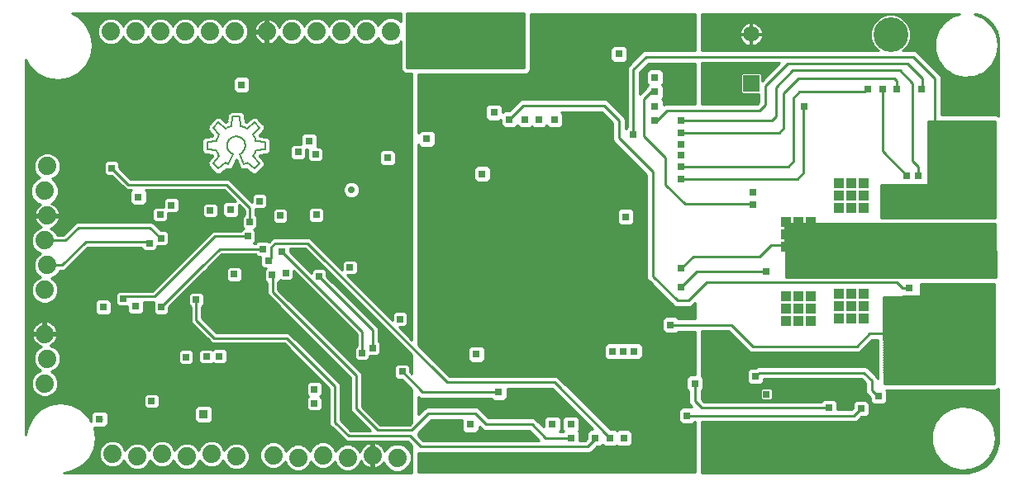
<source format=gbl>
G75*
%MOIN*%
%OFA0B0*%
%FSLAX24Y24*%
%IPPOS*%
%LPD*%
%AMOC8*
5,1,8,0,0,1.08239X$1,22.5*
%
%ADD10C,0.0740*%
%ADD11C,0.1400*%
%ADD12C,0.0650*%
%ADD13R,0.0650X0.0650*%
%ADD14R,0.0397X0.0397*%
%ADD15R,0.0800X0.0800*%
%ADD16C,0.0800*%
%ADD17R,0.0277X0.0277*%
%ADD18C,0.0100*%
%ADD19R,0.0320X0.0320*%
%ADD20C,0.0120*%
%ADD21C,0.0277*%
%ADD22C,0.0079*%
D10*
X003811Y001077D03*
X004811Y000977D03*
X005811Y001077D03*
X006811Y000977D03*
X007811Y001077D03*
X008811Y000977D03*
X010307Y001027D03*
X011307Y000927D03*
X012307Y001027D03*
X013307Y000927D03*
X014307Y001027D03*
X015307Y000927D03*
X001084Y003930D03*
X001184Y004930D03*
X001084Y005930D03*
X001084Y007705D03*
X001184Y008705D03*
X001084Y009705D03*
X001184Y010705D03*
X001084Y011705D03*
X001184Y012705D03*
X003752Y018142D03*
X004752Y018142D03*
X005752Y018142D03*
X006752Y018142D03*
X007752Y018142D03*
X008752Y018142D03*
X010048Y018142D03*
X011048Y018142D03*
X012048Y018142D03*
X013048Y018142D03*
X014048Y018142D03*
X015048Y018142D03*
D11*
X033205Y018024D03*
X035205Y018024D03*
D12*
X029580Y018037D03*
D13*
X029580Y016037D03*
D14*
X037126Y014233D03*
X037626Y014233D03*
X037626Y013733D03*
X037126Y013733D03*
X037126Y013233D03*
X037626Y013233D03*
X038126Y013233D03*
X038126Y013733D03*
X038126Y014233D03*
X034126Y012028D03*
X033626Y012028D03*
X033126Y012028D03*
X033126Y011528D03*
X033626Y011528D03*
X033626Y011028D03*
X033126Y011028D03*
X034126Y011028D03*
X034126Y011528D03*
X031981Y010449D03*
X031481Y010449D03*
X030981Y010449D03*
X030981Y009949D03*
X031481Y009949D03*
X031981Y009949D03*
X031981Y009449D03*
X031481Y009449D03*
X030981Y009449D03*
X033126Y007540D03*
X033626Y007540D03*
X034126Y007540D03*
X034126Y007040D03*
X033626Y007040D03*
X033126Y007040D03*
X033126Y006540D03*
X033626Y006540D03*
X034126Y006540D03*
X035461Y005335D03*
X035961Y005335D03*
X036461Y005335D03*
X036461Y004835D03*
X035961Y004835D03*
X035461Y004835D03*
X035461Y004335D03*
X035961Y004335D03*
X036461Y004335D03*
X031981Y006433D03*
X031481Y006433D03*
X030981Y006433D03*
X030981Y006933D03*
X031481Y006933D03*
X031981Y006933D03*
X031981Y007433D03*
X031481Y007433D03*
X030981Y007433D03*
D15*
X038721Y011292D03*
D16*
X038721Y009323D03*
X038721Y007355D03*
D17*
X038063Y007437D03*
X038063Y007162D03*
X037788Y007162D03*
X037788Y007437D03*
X037512Y007437D03*
X037512Y007162D03*
X037237Y007162D03*
X037237Y007437D03*
X036961Y007437D03*
X036961Y007162D03*
X036685Y007162D03*
X036410Y007162D03*
X036134Y007162D03*
X035859Y007162D03*
X035859Y006886D03*
X036134Y006886D03*
X036134Y006611D03*
X035859Y006611D03*
X036410Y006611D03*
X036410Y006886D03*
X036685Y006886D03*
X036685Y006611D03*
X036961Y006611D03*
X036961Y006886D03*
X037237Y006886D03*
X037512Y006886D03*
X037512Y006611D03*
X037237Y006611D03*
X037237Y006335D03*
X037512Y006335D03*
X037512Y006059D03*
X037237Y006059D03*
X036961Y006059D03*
X036685Y006059D03*
X036410Y006059D03*
X036134Y006059D03*
X035859Y006059D03*
X035859Y006335D03*
X036134Y006335D03*
X036410Y006335D03*
X036685Y006335D03*
X036961Y006335D03*
X037788Y006335D03*
X038063Y006335D03*
X038063Y006059D03*
X037788Y006059D03*
X038339Y006059D03*
X038615Y006059D03*
X038890Y006059D03*
X039166Y006059D03*
X039166Y006335D03*
X038890Y006335D03*
X038615Y006335D03*
X038339Y006335D03*
X038339Y006611D03*
X038615Y006611D03*
X038890Y006611D03*
X039166Y006611D03*
X038063Y006611D03*
X037788Y006611D03*
X037788Y006886D03*
X038063Y006886D03*
X036685Y007437D03*
X036685Y007713D03*
X036961Y007713D03*
X037237Y007713D03*
X037512Y007713D03*
X037788Y007713D03*
X038063Y007713D03*
X037898Y008489D03*
X037622Y008489D03*
X037347Y008489D03*
X037071Y008489D03*
X036796Y008489D03*
X036520Y008489D03*
X036244Y008489D03*
X035969Y008489D03*
X035693Y008489D03*
X035418Y008489D03*
X035142Y008489D03*
X034867Y008489D03*
X034591Y008489D03*
X034315Y008489D03*
X034040Y008489D03*
X033764Y008489D03*
X033489Y008489D03*
X033213Y008489D03*
X032937Y008489D03*
X032937Y008764D03*
X032937Y009040D03*
X033213Y009040D03*
X033489Y009040D03*
X033764Y009040D03*
X034040Y009040D03*
X034315Y009040D03*
X034315Y008764D03*
X034040Y008764D03*
X033764Y008764D03*
X033489Y008764D03*
X033213Y008764D03*
X033213Y009315D03*
X033489Y009315D03*
X033764Y009315D03*
X034040Y009315D03*
X034315Y009315D03*
X034315Y009591D03*
X034040Y009591D03*
X033764Y009591D03*
X033489Y009591D03*
X033213Y009591D03*
X032937Y009591D03*
X032937Y009315D03*
X032937Y009867D03*
X032937Y010142D03*
X033213Y010142D03*
X033213Y009867D03*
X033489Y009867D03*
X033489Y010142D03*
X033764Y010142D03*
X033764Y009867D03*
X034040Y009867D03*
X034040Y010142D03*
X034315Y010142D03*
X034315Y009867D03*
X034591Y009867D03*
X034591Y010142D03*
X034867Y010142D03*
X035142Y010142D03*
X035142Y009867D03*
X034867Y009867D03*
X035418Y009867D03*
X035418Y010142D03*
X035693Y010142D03*
X035693Y009867D03*
X035969Y009867D03*
X035969Y010142D03*
X036244Y010142D03*
X036244Y009867D03*
X036520Y009867D03*
X036520Y010142D03*
X036796Y010142D03*
X037071Y010142D03*
X037071Y009867D03*
X036796Y009867D03*
X036796Y009591D03*
X037071Y009591D03*
X037071Y009315D03*
X036796Y009315D03*
X036520Y009315D03*
X036244Y009315D03*
X035969Y009315D03*
X035693Y009315D03*
X035418Y009315D03*
X035142Y009315D03*
X034867Y009315D03*
X034867Y009591D03*
X035142Y009591D03*
X035418Y009591D03*
X035693Y009591D03*
X035969Y009591D03*
X036244Y009591D03*
X036520Y009591D03*
X037347Y009591D03*
X037622Y009591D03*
X037622Y009315D03*
X037347Y009315D03*
X037898Y009315D03*
X037898Y009591D03*
X037898Y009867D03*
X037898Y010142D03*
X037622Y010142D03*
X037347Y010142D03*
X037347Y009867D03*
X037622Y009867D03*
X037748Y010741D03*
X037473Y010741D03*
X037197Y010741D03*
X036922Y010741D03*
X036646Y010741D03*
X036370Y010741D03*
X036095Y010741D03*
X035819Y010741D03*
X035819Y011016D03*
X036095Y011016D03*
X036370Y011016D03*
X036646Y011016D03*
X036922Y011016D03*
X037197Y011016D03*
X037473Y011016D03*
X037748Y011016D03*
X038024Y011016D03*
X038024Y010741D03*
X038024Y011292D03*
X038024Y011567D03*
X037748Y011567D03*
X037473Y011567D03*
X037473Y011292D03*
X037748Y011292D03*
X037197Y011292D03*
X037197Y011567D03*
X036922Y011567D03*
X036922Y011292D03*
X036646Y011292D03*
X036646Y011567D03*
X036370Y011567D03*
X036095Y011567D03*
X036095Y011292D03*
X036370Y011292D03*
X035819Y011292D03*
X035819Y011567D03*
X035819Y011843D03*
X036095Y011843D03*
X036370Y011843D03*
X036646Y011843D03*
X036922Y011843D03*
X037197Y011843D03*
X037197Y012119D03*
X036922Y012119D03*
X037473Y012119D03*
X037748Y012119D03*
X038024Y012119D03*
X038300Y012119D03*
X038575Y012119D03*
X038851Y012119D03*
X039126Y012119D03*
X039126Y012394D03*
X038851Y012394D03*
X038851Y012670D03*
X038851Y012945D03*
X039126Y012945D03*
X039126Y012670D03*
X038575Y012394D03*
X038300Y012394D03*
X038024Y012394D03*
X037748Y012394D03*
X037473Y012394D03*
X037197Y012394D03*
X036922Y012394D03*
X036331Y012315D03*
X035859Y012315D03*
X037473Y011843D03*
X037748Y011843D03*
X038024Y011843D03*
X038851Y013221D03*
X039126Y013221D03*
X039126Y013496D03*
X038851Y013496D03*
X038851Y013772D03*
X039126Y013772D03*
X039126Y014048D03*
X038851Y014048D03*
X038851Y014323D03*
X039126Y014323D03*
X039126Y015307D03*
X038536Y015307D03*
X037945Y015307D03*
X037945Y015898D03*
X038536Y015898D03*
X039126Y015898D03*
X036449Y015819D03*
X035465Y015819D03*
X034874Y015819D03*
X034284Y015819D03*
X031725Y015111D03*
X028300Y015701D03*
X028300Y016489D03*
X026528Y016528D03*
X025701Y016292D03*
X025701Y015701D03*
X026528Y015741D03*
X025701Y015111D03*
X025701Y014563D03*
X026737Y014563D03*
X026737Y014063D03*
X026737Y013571D03*
X026737Y013162D03*
X026737Y012689D03*
X026737Y012197D03*
X024520Y010662D03*
X024244Y009126D03*
X023457Y009126D03*
X022374Y008733D03*
X022079Y008733D03*
X021784Y008733D03*
X021489Y008733D03*
X021193Y008733D03*
X020898Y008733D03*
X020603Y008733D03*
X020603Y008437D03*
X020603Y008142D03*
X020898Y008142D03*
X021193Y008142D03*
X021193Y008437D03*
X020898Y008437D03*
X021489Y008437D03*
X021784Y008437D03*
X021784Y008142D03*
X022079Y008142D03*
X022079Y008437D03*
X022374Y008437D03*
X022374Y008142D03*
X022374Y007847D03*
X022079Y007847D03*
X021784Y007847D03*
X021489Y007847D03*
X021193Y007847D03*
X020898Y007847D03*
X020603Y007847D03*
X019520Y007552D03*
X018733Y007552D03*
X018733Y008339D03*
X019520Y008339D03*
X019520Y009126D03*
X018733Y009126D03*
X017945Y009126D03*
X017945Y008339D03*
X017158Y008339D03*
X013402Y008615D03*
X012158Y008260D03*
X011843Y007355D03*
X010268Y008300D03*
X010819Y008378D03*
X010111Y008890D03*
X010662Y009244D03*
X009874Y009363D03*
X009284Y009874D03*
X009359Y010449D03*
X008595Y010957D03*
X007764Y010918D03*
X006201Y011130D03*
X005737Y010748D03*
X006343Y009898D03*
X005772Y009792D03*
X005307Y009575D03*
X004343Y010882D03*
X004867Y011461D03*
X003142Y011843D03*
X002355Y011843D03*
X003792Y012630D03*
X002552Y014205D03*
X002552Y014638D03*
X002552Y015071D03*
X002000Y015071D03*
X001449Y015071D03*
X000898Y015071D03*
X000898Y014638D03*
X001449Y014638D03*
X002000Y014638D03*
X002000Y014205D03*
X001449Y014205D03*
X000898Y014205D03*
X009028Y015996D03*
X011851Y014319D03*
X011752Y013717D03*
X012008Y013185D03*
X011307Y013272D03*
X014528Y014870D03*
X015465Y015622D03*
X016489Y014520D03*
X017079Y014520D03*
X016489Y013811D03*
X014914Y013040D03*
X016489Y012748D03*
X017079Y012748D03*
X017867Y012748D03*
X018733Y012394D03*
X017079Y011961D03*
X016489Y011961D03*
X016489Y011174D03*
X017079Y011174D03*
X012040Y010741D03*
X010583Y010701D03*
X010493Y010063D03*
X009756Y011292D03*
X008733Y008339D03*
X007197Y007315D03*
X005780Y007004D03*
X004748Y007040D03*
X004256Y007347D03*
X003441Y007008D03*
X001930Y006835D03*
X005662Y005268D03*
X006792Y004996D03*
X007611Y005016D03*
X008130Y005024D03*
X005402Y003217D03*
X003300Y002493D03*
X002119Y003300D03*
X011961Y003693D03*
X011969Y003115D03*
X012040Y002355D03*
X013800Y002150D03*
X017079Y000937D03*
X017827Y000937D03*
X018654Y000937D03*
X019441Y000937D03*
X020229Y000937D03*
X021016Y000937D03*
X021804Y000937D03*
X022591Y000937D03*
X023378Y000937D03*
X024166Y000937D03*
X024953Y000937D03*
X025741Y000937D03*
X026528Y000937D03*
X026528Y001725D03*
X025741Y001725D03*
X024441Y001725D03*
X023890Y001725D03*
X023300Y001725D03*
X022315Y001725D03*
X022315Y002276D03*
X021567Y002276D03*
X020229Y001725D03*
X019441Y001725D03*
X018654Y001725D03*
X017827Y001725D03*
X018260Y002276D03*
X019402Y002945D03*
X020032Y002945D03*
X020032Y003575D03*
X019402Y003575D03*
X018496Y005111D03*
X018339Y006449D03*
X015426Y006528D03*
X015111Y005347D03*
X014323Y005347D03*
X013890Y005150D03*
X015504Y004402D03*
X023457Y007552D03*
X024244Y007552D03*
X025032Y007552D03*
X026331Y007040D03*
X026331Y006292D03*
X026528Y005662D03*
X026528Y004874D03*
X025741Y004874D03*
X024855Y005229D03*
X024426Y005225D03*
X023996Y005221D03*
X024953Y004087D03*
X025741Y004087D03*
X026528Y004087D03*
X027315Y003930D03*
X026528Y003300D03*
X025741Y003300D03*
X024953Y003300D03*
X024166Y003300D03*
X024953Y002512D03*
X025741Y002512D03*
X026528Y002512D03*
X027000Y002630D03*
X028300Y001725D03*
X028300Y001134D03*
X029284Y001134D03*
X030268Y001134D03*
X030268Y001725D03*
X029284Y001725D03*
X031252Y001725D03*
X032237Y001725D03*
X033221Y001725D03*
X033221Y001134D03*
X032237Y001134D03*
X031252Y001134D03*
X034205Y001134D03*
X035189Y001134D03*
X035189Y001725D03*
X034205Y001725D03*
X034008Y002906D03*
X034717Y003418D03*
X032709Y002945D03*
X030189Y003496D03*
X029756Y004205D03*
X037237Y004406D03*
X037512Y004406D03*
X037788Y004406D03*
X038063Y004406D03*
X038339Y004406D03*
X038615Y004406D03*
X038890Y004406D03*
X039166Y004406D03*
X039166Y004681D03*
X038890Y004681D03*
X038615Y004681D03*
X038339Y004681D03*
X038063Y004681D03*
X037788Y004681D03*
X037512Y004681D03*
X037237Y004681D03*
X037237Y004957D03*
X037512Y004957D03*
X037788Y004957D03*
X038063Y004957D03*
X038339Y004957D03*
X038615Y004957D03*
X038890Y004957D03*
X039166Y004957D03*
X039166Y005233D03*
X039166Y005508D03*
X038890Y005508D03*
X038890Y005233D03*
X038615Y005233D03*
X038615Y005508D03*
X038615Y005784D03*
X038890Y005784D03*
X039166Y005784D03*
X038339Y005784D03*
X038063Y005784D03*
X037788Y005784D03*
X037788Y005508D03*
X037788Y005233D03*
X038063Y005233D03*
X038063Y005508D03*
X038339Y005508D03*
X038339Y005233D03*
X037512Y005233D03*
X037512Y005508D03*
X037237Y005508D03*
X037237Y005233D03*
X037237Y005784D03*
X037512Y005784D03*
X035937Y007788D03*
X035969Y008764D03*
X036244Y008764D03*
X036244Y009040D03*
X035969Y009040D03*
X035693Y009040D03*
X035418Y009040D03*
X035418Y008764D03*
X035693Y008764D03*
X035142Y008764D03*
X034867Y008764D03*
X034867Y009040D03*
X035142Y009040D03*
X034591Y009040D03*
X034591Y008764D03*
X034591Y009315D03*
X034591Y009591D03*
X036520Y009040D03*
X036796Y009040D03*
X037071Y009040D03*
X037071Y008764D03*
X036796Y008764D03*
X036520Y008764D03*
X037347Y008764D03*
X037622Y008764D03*
X037622Y009040D03*
X037347Y009040D03*
X037898Y009040D03*
X037898Y008764D03*
X030189Y008457D03*
X026764Y008575D03*
X026764Y007827D03*
X025032Y008339D03*
X024244Y008339D03*
X023457Y008339D03*
X025032Y009126D03*
X021489Y008142D03*
X029638Y011134D03*
X029638Y011646D03*
X024835Y013969D03*
X021646Y014599D03*
X021016Y014599D03*
X020465Y014599D03*
X019835Y014599D03*
X019205Y014874D03*
X021804Y016922D03*
X022591Y016922D03*
X022591Y017709D03*
X023378Y017709D03*
X024166Y017709D03*
X024244Y017237D03*
X024953Y017709D03*
X025741Y017709D03*
X026528Y017709D03*
X026528Y018496D03*
X025741Y018496D03*
X024953Y018496D03*
X024166Y018496D03*
X023378Y018496D03*
X022591Y018496D03*
X018811Y018496D03*
X018536Y018496D03*
X018260Y018496D03*
X017985Y018496D03*
X017709Y018496D03*
X017433Y018496D03*
X017158Y018496D03*
X016882Y018496D03*
X016607Y018496D03*
X016331Y018496D03*
X028300Y018260D03*
X028890Y018260D03*
X028890Y017670D03*
X028300Y017670D03*
X030662Y017670D03*
X031252Y017670D03*
X031252Y018260D03*
X030662Y018260D03*
D18*
X002165Y000370D02*
X001852Y000320D01*
X015898Y000320D01*
X015898Y001414D01*
X015728Y001584D01*
X013248Y001584D01*
X012697Y002135D01*
X012568Y002264D01*
X012568Y003720D01*
X010748Y005540D01*
X007834Y005540D01*
X007706Y005669D01*
X006977Y006397D01*
X006977Y007017D01*
X006889Y007106D01*
X006889Y007525D01*
X006988Y007624D01*
X007406Y007624D01*
X007506Y007525D01*
X007506Y007106D01*
X007417Y007017D01*
X007417Y006580D01*
X008017Y005980D01*
X010930Y005980D01*
X013008Y003903D01*
X013008Y002446D01*
X013430Y002024D01*
X014225Y002024D01*
X013563Y002686D01*
X013434Y002815D01*
X013434Y004157D01*
X010186Y007405D01*
X010057Y007534D01*
X010057Y007993D01*
X009959Y008090D01*
X009959Y008509D01*
X010032Y008581D01*
X009901Y008581D01*
X009802Y008681D01*
X009802Y009054D01*
X009665Y009054D01*
X009577Y009143D01*
X008229Y009143D01*
X007653Y008567D01*
X007653Y008563D01*
X007525Y008434D01*
X007521Y008434D01*
X006089Y007002D01*
X006089Y006795D01*
X005989Y006696D01*
X005571Y006696D01*
X005471Y006795D01*
X005471Y007213D01*
X005087Y007213D01*
X005087Y006818D01*
X004970Y006701D01*
X004527Y006701D01*
X004410Y006818D01*
X004410Y007038D01*
X004047Y007038D01*
X003948Y007138D01*
X003948Y007556D01*
X004047Y007656D01*
X004465Y007656D01*
X004468Y007653D01*
X005433Y007653D01*
X007745Y009966D01*
X007874Y010094D01*
X008986Y010094D01*
X009075Y010183D01*
X009107Y010183D01*
X009050Y010240D01*
X009050Y010658D01*
X009139Y010747D01*
X009139Y010929D01*
X008934Y011134D01*
X008934Y010736D01*
X008816Y010618D01*
X008373Y010618D01*
X008256Y010736D01*
X008256Y011179D01*
X008373Y011296D01*
X008772Y011296D01*
X008327Y011741D01*
X005147Y011741D01*
X005205Y011683D01*
X005205Y011239D01*
X005088Y011122D01*
X004645Y011122D01*
X004528Y011239D01*
X004528Y011683D01*
X004586Y011741D01*
X004370Y011741D01*
X004241Y011870D01*
X003789Y012322D01*
X003583Y012322D01*
X003483Y012421D01*
X003483Y012839D01*
X003583Y012939D01*
X004001Y012939D01*
X004100Y012839D01*
X004100Y012633D01*
X004552Y012181D01*
X008509Y012181D01*
X009448Y011242D01*
X009448Y011501D01*
X009547Y011600D01*
X009965Y011600D01*
X010065Y011501D01*
X010065Y011083D01*
X009965Y010983D01*
X009579Y010983D01*
X009579Y010747D01*
X009667Y010658D01*
X009667Y010240D01*
X009568Y010140D01*
X009536Y010140D01*
X009593Y010084D01*
X009593Y009665D01*
X009510Y009583D01*
X009577Y009583D01*
X009665Y009671D01*
X010084Y009671D01*
X010116Y009639D01*
X010138Y009661D01*
X010295Y009819D01*
X011777Y009819D01*
X011905Y009690D01*
X013093Y008502D01*
X013093Y008824D01*
X013193Y008923D01*
X013611Y008923D01*
X013711Y008824D01*
X013711Y008405D01*
X013611Y008306D01*
X013290Y008306D01*
X015117Y006479D01*
X015117Y006737D01*
X015216Y006837D01*
X015635Y006837D01*
X015734Y006737D01*
X015734Y006319D01*
X015635Y006219D01*
X015376Y006219D01*
X015898Y005697D01*
X015898Y016435D01*
X015651Y016435D01*
X015560Y016473D01*
X015489Y016544D01*
X015451Y016636D01*
X015451Y017740D01*
X015371Y017659D01*
X015161Y017572D01*
X014934Y017572D01*
X014725Y017659D01*
X014564Y017819D01*
X014531Y017899D01*
X014505Y017836D01*
X014354Y017684D01*
X014155Y017602D01*
X013940Y017602D01*
X013742Y017684D01*
X013590Y017836D01*
X013548Y017938D01*
X013505Y017836D01*
X013354Y017684D01*
X013155Y017602D01*
X012940Y017602D01*
X012742Y017684D01*
X012590Y017836D01*
X012548Y017938D01*
X012505Y017836D01*
X012354Y017684D01*
X012155Y017602D01*
X011940Y017602D01*
X011742Y017684D01*
X011590Y017836D01*
X011548Y017938D01*
X011505Y017836D01*
X011354Y017684D01*
X011155Y017602D01*
X010940Y017602D01*
X010742Y017684D01*
X010590Y017836D01*
X010537Y017965D01*
X010530Y017943D01*
X010492Y017870D01*
X010444Y017803D01*
X010386Y017745D01*
X010320Y017697D01*
X010247Y017660D01*
X010169Y017635D01*
X010098Y017624D01*
X010098Y018092D01*
X009998Y018092D01*
X009998Y017624D01*
X009926Y017635D01*
X009848Y017660D01*
X009775Y017697D01*
X009709Y017745D01*
X009651Y017803D01*
X009603Y017870D01*
X009566Y017943D01*
X009540Y018020D01*
X009529Y018092D01*
X009998Y018092D01*
X009998Y018192D01*
X009998Y018661D01*
X009926Y018649D01*
X009848Y018624D01*
X009775Y018587D01*
X009709Y018539D01*
X009651Y018481D01*
X009603Y018415D01*
X009566Y018342D01*
X009540Y018264D01*
X009529Y018192D01*
X009998Y018192D01*
X010098Y018192D01*
X010098Y018661D01*
X010169Y018649D01*
X010247Y018624D01*
X010320Y018587D01*
X010386Y018539D01*
X010444Y018481D01*
X010492Y018415D01*
X010530Y018342D01*
X010537Y018320D01*
X010590Y018448D01*
X010742Y018600D01*
X010940Y018682D01*
X011155Y018682D01*
X011354Y018600D01*
X011505Y018448D01*
X011548Y018346D01*
X011590Y018448D01*
X011742Y018600D01*
X011940Y018682D01*
X012155Y018682D01*
X012354Y018600D01*
X012505Y018448D01*
X012548Y018346D01*
X012590Y018448D01*
X012742Y018600D01*
X012940Y018682D01*
X013155Y018682D01*
X013354Y018600D01*
X013505Y018448D01*
X013548Y018346D01*
X013590Y018448D01*
X013742Y018600D01*
X013940Y018682D01*
X014155Y018682D01*
X014354Y018600D01*
X014505Y018448D01*
X014531Y018385D01*
X014564Y018465D01*
X014725Y018625D01*
X014934Y018712D01*
X015161Y018712D01*
X015371Y018625D01*
X015451Y018545D01*
X015451Y018878D01*
X002182Y018878D01*
X002444Y018744D01*
X002444Y018744D01*
X002760Y018429D01*
X002760Y018429D01*
X002962Y018031D01*
X002962Y018031D01*
X003032Y017591D01*
X003032Y017591D01*
X002962Y017151D01*
X002760Y016753D01*
X002760Y016753D01*
X002444Y016438D01*
X002444Y016438D01*
X002047Y016236D01*
X002047Y016236D01*
X001607Y016166D01*
X001607Y016166D01*
X001166Y016236D01*
X001166Y016236D01*
X000769Y016438D01*
X000769Y016438D01*
X000454Y016753D01*
X000454Y016753D01*
X000320Y017016D01*
X000320Y001852D01*
X000370Y002165D01*
X000370Y002165D01*
X000572Y002562D01*
X000572Y002562D01*
X000887Y002878D01*
X001284Y003080D01*
X001725Y003150D01*
X002165Y003080D01*
X002562Y002878D01*
X002562Y002878D01*
X002878Y002562D01*
X002878Y002562D01*
X002961Y002399D01*
X002961Y002714D01*
X003078Y002831D01*
X003521Y002831D01*
X003638Y002714D01*
X003638Y002271D01*
X003521Y002154D01*
X003082Y002154D01*
X003150Y001725D01*
X003080Y001284D01*
X003080Y001284D01*
X002878Y000887D01*
X002878Y000887D01*
X002562Y000572D01*
X002562Y000572D01*
X002165Y000370D01*
X002165Y000370D01*
X002023Y000347D02*
X015898Y000347D01*
X015898Y000446D02*
X015632Y000446D01*
X015630Y000444D02*
X015791Y000604D01*
X015877Y000813D01*
X015877Y001040D01*
X015791Y001250D01*
X015630Y001410D01*
X015421Y001497D01*
X015194Y001497D01*
X014985Y001410D01*
X014824Y001250D01*
X014800Y001192D01*
X014789Y001226D01*
X014752Y001299D01*
X014704Y001366D01*
X014646Y001423D01*
X014580Y001472D01*
X014507Y001509D01*
X014429Y001534D01*
X014357Y001545D01*
X014357Y001077D01*
X014257Y001077D01*
X014257Y001545D01*
X014186Y001534D01*
X014108Y001509D01*
X014035Y001472D01*
X013969Y001423D01*
X013911Y001366D01*
X013863Y001299D01*
X013826Y001226D01*
X013800Y001149D01*
X013800Y001148D01*
X013765Y001233D01*
X013613Y001385D01*
X013415Y001467D01*
X013200Y001467D01*
X013002Y001385D01*
X012850Y001233D01*
X012828Y001181D01*
X012765Y001333D01*
X012613Y001485D01*
X012415Y001567D01*
X012200Y001567D01*
X012002Y001485D01*
X011850Y001333D01*
X011787Y001181D01*
X011765Y001233D01*
X011613Y001385D01*
X011415Y001467D01*
X011200Y001467D01*
X011002Y001385D01*
X010850Y001233D01*
X010828Y001181D01*
X010765Y001333D01*
X010613Y001485D01*
X010415Y001567D01*
X010200Y001567D01*
X010002Y001485D01*
X009850Y001333D01*
X009767Y001134D01*
X009767Y000919D01*
X009850Y000721D01*
X010002Y000569D01*
X010200Y000487D01*
X010415Y000487D01*
X010613Y000569D01*
X010765Y000721D01*
X010787Y000773D01*
X010850Y000621D01*
X011002Y000469D01*
X011200Y000387D01*
X011415Y000387D01*
X011613Y000469D01*
X011765Y000621D01*
X011828Y000773D01*
X011850Y000721D01*
X012002Y000569D01*
X012200Y000487D01*
X012415Y000487D01*
X012613Y000569D01*
X012765Y000721D01*
X012787Y000773D01*
X012850Y000621D01*
X013002Y000469D01*
X013200Y000387D01*
X013415Y000387D01*
X013613Y000469D01*
X013765Y000621D01*
X013839Y000800D01*
X013863Y000754D01*
X013911Y000688D01*
X013969Y000630D01*
X014035Y000582D01*
X014108Y000545D01*
X014186Y000520D01*
X014257Y000508D01*
X014257Y000977D01*
X014357Y000977D01*
X014357Y000508D01*
X014429Y000520D01*
X014507Y000545D01*
X014580Y000582D01*
X014646Y000630D01*
X014704Y000688D01*
X014752Y000754D01*
X014758Y000765D01*
X014824Y000604D01*
X014985Y000444D01*
X015194Y000357D01*
X015421Y000357D01*
X015630Y000444D01*
X015731Y000544D02*
X015898Y000544D01*
X015898Y000643D02*
X015807Y000643D01*
X015847Y000741D02*
X015898Y000741D01*
X015898Y000840D02*
X015877Y000840D01*
X015877Y000938D02*
X015898Y000938D01*
X015898Y001037D02*
X015877Y001037D01*
X015898Y001135D02*
X015838Y001135D01*
X015797Y001234D02*
X015898Y001234D01*
X015898Y001332D02*
X015708Y001332D01*
X015581Y001431D02*
X015881Y001431D01*
X015783Y001529D02*
X014445Y001529D01*
X014357Y001529D02*
X014257Y001529D01*
X014170Y001529D02*
X012506Y001529D01*
X012667Y001431D02*
X013113Y001431D01*
X012949Y001332D02*
X012766Y001332D01*
X012806Y001234D02*
X012851Y001234D01*
X013204Y001628D02*
X003134Y001628D01*
X003150Y001726D02*
X013105Y001726D01*
X013007Y001825D02*
X003134Y001825D01*
X003118Y001923D02*
X012908Y001923D01*
X012810Y002022D02*
X003103Y002022D01*
X003087Y002120D02*
X012711Y002120D01*
X012613Y002219D02*
X003586Y002219D01*
X003638Y002317D02*
X012568Y002317D01*
X012568Y002416D02*
X007837Y002416D01*
X007856Y002435D02*
X007739Y002318D01*
X007254Y002318D01*
X007136Y002435D01*
X007136Y002920D01*
X007254Y003038D01*
X007739Y003038D01*
X007856Y002920D01*
X007856Y002435D01*
X007856Y002514D02*
X012568Y002514D01*
X012568Y002613D02*
X007856Y002613D01*
X007856Y002711D02*
X012568Y002711D01*
X012568Y002810D02*
X012182Y002810D01*
X012178Y002806D02*
X012278Y002905D01*
X012278Y003324D01*
X012193Y003408D01*
X012270Y003484D01*
X012270Y003902D01*
X012170Y004002D01*
X011752Y004002D01*
X011652Y003902D01*
X011652Y003484D01*
X011736Y003400D01*
X011660Y003324D01*
X011660Y002905D01*
X011760Y002806D01*
X012178Y002806D01*
X012278Y002908D02*
X012568Y002908D01*
X012568Y003007D02*
X012278Y003007D01*
X012278Y003105D02*
X012568Y003105D01*
X012568Y003204D02*
X012278Y003204D01*
X012278Y003302D02*
X012568Y003302D01*
X012568Y003401D02*
X012201Y003401D01*
X012270Y003499D02*
X012568Y003499D01*
X012568Y003598D02*
X012270Y003598D01*
X012270Y003696D02*
X012568Y003696D01*
X012494Y003795D02*
X012270Y003795D01*
X012270Y003893D02*
X012395Y003893D01*
X012297Y003992D02*
X012181Y003992D01*
X012198Y004090D02*
X001602Y004090D01*
X001624Y004037D02*
X001542Y004235D01*
X001390Y004387D01*
X001338Y004409D01*
X001490Y004472D01*
X001642Y004624D01*
X001724Y004822D01*
X001724Y005037D01*
X001642Y005235D01*
X001490Y005387D01*
X001311Y005461D01*
X001357Y005485D01*
X001423Y005533D01*
X001481Y005591D01*
X001529Y005657D01*
X001566Y005730D01*
X001591Y005808D01*
X001603Y005880D01*
X001134Y005880D01*
X001134Y005980D01*
X001034Y005980D01*
X001034Y006448D01*
X000962Y006437D01*
X000885Y006411D01*
X000812Y006374D01*
X000745Y006326D01*
X000688Y006268D01*
X000640Y006202D01*
X000602Y006129D01*
X000577Y006051D01*
X000566Y005980D01*
X001034Y005980D01*
X001034Y005880D01*
X000566Y005880D01*
X000577Y005808D01*
X000602Y005730D01*
X000640Y005657D01*
X000688Y005591D01*
X000745Y005533D01*
X000812Y005485D01*
X000885Y005448D01*
X000962Y005422D01*
X000963Y005422D01*
X000878Y005387D01*
X000726Y005235D01*
X000644Y005037D01*
X000644Y004822D01*
X000726Y004624D01*
X000878Y004472D01*
X000930Y004450D01*
X000778Y004387D01*
X000626Y004235D01*
X000544Y004037D01*
X000544Y003822D01*
X000626Y003624D01*
X000778Y003472D01*
X000977Y003390D01*
X001192Y003390D01*
X001390Y003472D01*
X001542Y003624D01*
X001624Y003822D01*
X001624Y004037D01*
X001624Y003992D02*
X011741Y003992D01*
X011652Y003893D02*
X001624Y003893D01*
X001613Y003795D02*
X011652Y003795D01*
X011652Y003696D02*
X001572Y003696D01*
X001516Y003598D02*
X011652Y003598D01*
X011652Y003499D02*
X005638Y003499D01*
X005611Y003526D02*
X005193Y003526D01*
X005093Y003426D01*
X005093Y003008D01*
X005193Y002908D01*
X005611Y002908D01*
X005711Y003008D01*
X005711Y003426D01*
X005611Y003526D01*
X005711Y003401D02*
X011736Y003401D01*
X011660Y003302D02*
X005711Y003302D01*
X005711Y003204D02*
X011660Y003204D01*
X011660Y003105D02*
X005711Y003105D01*
X005709Y003007D02*
X007223Y003007D01*
X007136Y002908D02*
X002503Y002908D01*
X002631Y002810D02*
X003056Y002810D01*
X002961Y002711D02*
X002729Y002711D01*
X002828Y002613D02*
X002961Y002613D01*
X002878Y002562D02*
X002878Y002562D01*
X002902Y002514D02*
X002961Y002514D01*
X002952Y002416D02*
X002961Y002416D01*
X003300Y002493D02*
X003374Y002493D01*
X003638Y002514D02*
X007136Y002514D01*
X007136Y002613D02*
X003638Y002613D01*
X003638Y002711D02*
X007136Y002711D01*
X007136Y002810D02*
X003543Y002810D01*
X003638Y002416D02*
X007156Y002416D01*
X007856Y002810D02*
X011756Y002810D01*
X011660Y002908D02*
X007856Y002908D01*
X007770Y003007D02*
X011660Y003007D01*
X012788Y002355D02*
X012788Y003811D01*
X010839Y005760D01*
X007926Y005760D01*
X007197Y006489D01*
X007197Y007315D01*
X006889Y007341D02*
X006427Y007341D01*
X006526Y007439D02*
X006889Y007439D01*
X006902Y007538D02*
X006624Y007538D01*
X006723Y007636D02*
X010057Y007636D01*
X010057Y007538D02*
X007493Y007538D01*
X007506Y007439D02*
X010152Y007439D01*
X010251Y007341D02*
X007506Y007341D01*
X007506Y007242D02*
X010349Y007242D01*
X010448Y007144D02*
X007506Y007144D01*
X007445Y007045D02*
X010546Y007045D01*
X010645Y006947D02*
X007417Y006947D01*
X007417Y006848D02*
X010743Y006848D01*
X010842Y006750D02*
X007417Y006750D01*
X007417Y006651D02*
X010940Y006651D01*
X011039Y006553D02*
X007444Y006553D01*
X007543Y006454D02*
X011137Y006454D01*
X011236Y006356D02*
X007641Y006356D01*
X007740Y006257D02*
X011334Y006257D01*
X011433Y006159D02*
X007838Y006159D01*
X007937Y006060D02*
X011531Y006060D01*
X011630Y005962D02*
X010949Y005962D01*
X011047Y005863D02*
X011728Y005863D01*
X011827Y005765D02*
X011146Y005765D01*
X011244Y005666D02*
X011925Y005666D01*
X012024Y005568D02*
X011343Y005568D01*
X011441Y005469D02*
X012122Y005469D01*
X012221Y005371D02*
X011540Y005371D01*
X011638Y005272D02*
X012319Y005272D01*
X012418Y005174D02*
X011737Y005174D01*
X011835Y005075D02*
X012516Y005075D01*
X012615Y004977D02*
X011934Y004977D01*
X012032Y004878D02*
X012713Y004878D01*
X012812Y004780D02*
X012131Y004780D01*
X012229Y004681D02*
X012910Y004681D01*
X013009Y004583D02*
X012328Y004583D01*
X012426Y004484D02*
X013107Y004484D01*
X013206Y004386D02*
X012525Y004386D01*
X012623Y004287D02*
X013304Y004287D01*
X013403Y004189D02*
X012722Y004189D01*
X012820Y004090D02*
X013434Y004090D01*
X013434Y003992D02*
X012919Y003992D01*
X013008Y003893D02*
X013434Y003893D01*
X013434Y003795D02*
X013008Y003795D01*
X013008Y003696D02*
X013434Y003696D01*
X013434Y003598D02*
X013008Y003598D01*
X013008Y003499D02*
X013434Y003499D01*
X013434Y003401D02*
X013008Y003401D01*
X013008Y003302D02*
X013434Y003302D01*
X013434Y003204D02*
X013008Y003204D01*
X013008Y003105D02*
X013434Y003105D01*
X013434Y003007D02*
X013008Y003007D01*
X013008Y002908D02*
X013434Y002908D01*
X013439Y002810D02*
X013008Y002810D01*
X013008Y002711D02*
X013538Y002711D01*
X013636Y002613D02*
X013008Y002613D01*
X013008Y002514D02*
X013735Y002514D01*
X013833Y002416D02*
X013038Y002416D01*
X013137Y002317D02*
X013932Y002317D01*
X014030Y002219D02*
X013235Y002219D01*
X013334Y002120D02*
X014129Y002120D01*
X014520Y002040D02*
X013654Y002906D01*
X013654Y004248D01*
X010277Y007625D01*
X010277Y008290D01*
X010268Y008300D01*
X010268Y008221D01*
X009959Y008227D02*
X009041Y008227D01*
X009041Y008130D02*
X008942Y008030D01*
X008524Y008030D01*
X008424Y008130D01*
X008424Y008548D01*
X008524Y008648D01*
X008942Y008648D01*
X009041Y008548D01*
X009041Y008130D01*
X009040Y008129D02*
X009959Y008129D01*
X010020Y008030D02*
X007117Y008030D01*
X007215Y008129D02*
X008425Y008129D01*
X008424Y008227D02*
X007314Y008227D01*
X007412Y008326D02*
X008424Y008326D01*
X008424Y008424D02*
X007511Y008424D01*
X007613Y008523D02*
X008424Y008523D01*
X008497Y008621D02*
X007708Y008621D01*
X007806Y008720D02*
X009802Y008720D01*
X009802Y008818D02*
X007905Y008818D01*
X008003Y008917D02*
X009802Y008917D01*
X009802Y009015D02*
X008102Y009015D01*
X008200Y009114D02*
X009606Y009114D01*
X009874Y009363D02*
X008138Y009363D01*
X007433Y008658D01*
X007433Y008654D01*
X007430Y008654D01*
X005780Y007004D01*
X005471Y007045D02*
X005087Y007045D01*
X005087Y006947D02*
X005471Y006947D01*
X005471Y006848D02*
X005087Y006848D01*
X005019Y006750D02*
X005517Y006750D01*
X006043Y006750D02*
X006977Y006750D01*
X006977Y006848D02*
X006089Y006848D01*
X006089Y006947D02*
X006977Y006947D01*
X006950Y007045D02*
X006132Y007045D01*
X006230Y007144D02*
X006889Y007144D01*
X006889Y007242D02*
X006329Y007242D01*
X005524Y007433D02*
X004343Y007433D01*
X004256Y007347D01*
X003948Y007341D02*
X003669Y007341D01*
X003663Y007347D02*
X003780Y007230D01*
X003780Y006787D01*
X003663Y006670D01*
X003220Y006670D01*
X003103Y006787D01*
X003103Y007230D01*
X003220Y007347D01*
X003663Y007347D01*
X003768Y007242D02*
X003948Y007242D01*
X003948Y007144D02*
X003780Y007144D01*
X003780Y007045D02*
X004040Y007045D01*
X003780Y006947D02*
X004410Y006947D01*
X004410Y006848D02*
X003780Y006848D01*
X003743Y006750D02*
X004478Y006750D01*
X005087Y007144D02*
X005471Y007144D01*
X005524Y007433D02*
X007965Y009874D01*
X009284Y009874D01*
X009593Y009902D02*
X015898Y009902D01*
X015898Y010000D02*
X009593Y010000D01*
X009578Y010099D02*
X015898Y010099D01*
X015898Y010197D02*
X009624Y010197D01*
X009667Y010296D02*
X015898Y010296D01*
X015898Y010394D02*
X010794Y010394D01*
X010792Y010392D02*
X010892Y010492D01*
X010892Y010910D01*
X010792Y011010D01*
X010374Y011010D01*
X010274Y010910D01*
X010274Y010492D01*
X010374Y010392D01*
X010792Y010392D01*
X010892Y010493D02*
X011770Y010493D01*
X011731Y010531D02*
X011831Y010432D01*
X012249Y010432D01*
X012349Y010531D01*
X012349Y010950D01*
X012249Y011049D01*
X011831Y011049D01*
X011731Y010950D01*
X011731Y010531D01*
X011731Y010591D02*
X010892Y010591D01*
X010892Y010690D02*
X011731Y010690D01*
X011731Y010788D02*
X010892Y010788D01*
X010892Y010887D02*
X011731Y010887D01*
X011766Y010985D02*
X010817Y010985D01*
X010349Y010985D02*
X009967Y010985D01*
X010065Y011084D02*
X015898Y011084D01*
X015898Y011182D02*
X010065Y011182D01*
X010065Y011281D02*
X015898Y011281D01*
X015898Y011379D02*
X010065Y011379D01*
X010065Y011478D02*
X013257Y011478D01*
X013269Y011465D02*
X013394Y011414D01*
X013528Y011414D01*
X013653Y011465D01*
X013748Y011560D01*
X013800Y011685D01*
X013800Y011820D01*
X013748Y011944D01*
X013653Y012040D01*
X013528Y012091D01*
X013394Y012091D01*
X013269Y012040D01*
X013174Y011944D01*
X013122Y011820D01*
X013122Y011685D01*
X013174Y011560D01*
X013269Y011465D01*
X013167Y011576D02*
X009990Y011576D01*
X009523Y011576D02*
X009114Y011576D01*
X009212Y011478D02*
X009448Y011478D01*
X009448Y011379D02*
X009311Y011379D01*
X009409Y011281D02*
X009448Y011281D01*
X009359Y011020D02*
X009359Y010449D01*
X009667Y010493D02*
X010274Y010493D01*
X010274Y010591D02*
X009667Y010591D01*
X009636Y010690D02*
X010274Y010690D01*
X010274Y010788D02*
X009579Y010788D01*
X009579Y010887D02*
X010274Y010887D01*
X009359Y011020D02*
X008418Y011961D01*
X004461Y011961D01*
X003792Y012630D01*
X004100Y012660D02*
X007732Y012660D01*
X007740Y012653D02*
X007929Y012465D01*
X007977Y012406D01*
X007989Y012404D01*
X007998Y012396D01*
X008074Y012396D01*
X008149Y012388D01*
X008159Y012396D01*
X008171Y012396D01*
X008225Y012450D01*
X008407Y012598D01*
X008421Y012592D01*
X008466Y012573D01*
X008501Y012559D01*
X008565Y012586D01*
X008661Y012625D01*
X008661Y012625D01*
X008707Y012738D01*
X008811Y012989D01*
X008914Y012740D01*
X008962Y012625D01*
X009056Y012587D01*
X009122Y012559D01*
X009122Y012559D01*
X009158Y012574D01*
X009202Y012592D01*
X009216Y012598D01*
X009398Y012450D01*
X009452Y012396D01*
X009464Y012396D01*
X009473Y012388D01*
X009549Y012396D01*
X009625Y012396D01*
X009634Y012404D01*
X009646Y012406D01*
X009694Y012465D01*
X009883Y012653D01*
X009942Y012701D01*
X009943Y012713D01*
X009952Y012722D01*
X009952Y012798D01*
X009959Y012874D01*
X009952Y012883D01*
X009952Y012895D01*
X009898Y012949D01*
X009757Y013122D01*
X009768Y013140D01*
X009773Y013160D01*
X009994Y013183D01*
X010070Y013183D01*
X010079Y013191D01*
X010091Y013192D01*
X010139Y013251D01*
X010193Y013305D01*
X010193Y013317D01*
X010201Y013327D01*
X010193Y013402D01*
X010193Y013669D01*
X010201Y013745D01*
X010193Y013754D01*
X010193Y013766D01*
X010139Y013820D01*
X010091Y013879D01*
X010079Y013881D01*
X010070Y013889D01*
X009994Y013889D01*
X009773Y013912D01*
X009768Y013932D01*
X009757Y013950D01*
X009898Y014122D01*
X009952Y014176D01*
X009952Y014188D01*
X009959Y014198D01*
X009952Y014274D01*
X009952Y014350D01*
X009943Y014358D01*
X009942Y014370D01*
X009883Y014419D01*
X009694Y014607D01*
X009646Y014666D01*
X009634Y014667D01*
X009625Y014676D01*
X009549Y014676D01*
X009473Y014684D01*
X009464Y014676D01*
X009452Y014676D01*
X009398Y014622D01*
X009226Y014481D01*
X009208Y014493D01*
X009208Y014493D01*
X009187Y014497D01*
X009165Y014719D01*
X009165Y014795D01*
X009156Y014803D01*
X009155Y014816D01*
X009096Y014864D01*
X009042Y014917D01*
X009030Y014917D01*
X009020Y014925D01*
X008945Y014917D01*
X008678Y014917D01*
X008602Y014925D01*
X000320Y014925D01*
X000320Y014827D02*
X008481Y014827D01*
X008468Y014816D02*
X008467Y014803D01*
X008458Y014795D01*
X008458Y014719D01*
X008436Y014497D01*
X008415Y014493D01*
X008397Y014481D01*
X008225Y014622D01*
X008171Y014676D01*
X008159Y014676D01*
X008149Y014684D01*
X008074Y014676D01*
X007998Y014676D01*
X007989Y014667D01*
X007977Y014666D01*
X007929Y014607D01*
X007740Y014419D01*
X007681Y014370D01*
X007680Y014358D01*
X007671Y014350D01*
X007671Y014274D01*
X007664Y014198D01*
X007671Y014188D01*
X007671Y014176D01*
X007725Y014122D01*
X007866Y013950D01*
X007855Y013932D01*
X007850Y013912D01*
X007629Y013889D01*
X007552Y013889D01*
X007544Y013881D01*
X007532Y013879D01*
X007484Y013820D01*
X007430Y013766D01*
X007430Y013754D01*
X007422Y013745D01*
X007430Y013669D01*
X007430Y013402D01*
X007422Y013327D01*
X007430Y013317D01*
X007430Y013305D01*
X007484Y013251D01*
X000320Y013251D01*
X000320Y013349D02*
X007424Y013349D01*
X007430Y013448D02*
X000320Y013448D01*
X000320Y013546D02*
X007430Y013546D01*
X007430Y013645D02*
X000320Y013645D01*
X000320Y013743D02*
X007422Y013743D01*
X007501Y013842D02*
X000320Y013842D01*
X000320Y013940D02*
X007860Y013940D01*
X007855Y013932D02*
X007855Y013932D01*
X007794Y014039D02*
X000320Y014039D01*
X000320Y014137D02*
X007711Y014137D01*
X007667Y014236D02*
X000320Y014236D01*
X000320Y014334D02*
X007671Y014334D01*
X007754Y014433D02*
X000320Y014433D01*
X000320Y014531D02*
X007853Y014531D01*
X007947Y014630D02*
X000320Y014630D01*
X000320Y014728D02*
X008458Y014728D01*
X008468Y014816D02*
X008527Y014864D01*
X008581Y014917D01*
X008593Y014917D01*
X008602Y014925D01*
X008604Y014925D02*
X009019Y014925D01*
X009021Y014925D02*
X015898Y014925D01*
X015898Y014827D02*
X009141Y014827D01*
X009165Y014728D02*
X015898Y014728D01*
X015898Y014630D02*
X009676Y014630D01*
X009770Y014531D02*
X015898Y014531D01*
X015898Y014433D02*
X009869Y014433D01*
X009952Y014334D02*
X015898Y014334D01*
X015898Y014236D02*
X009955Y014236D01*
X009912Y014137D02*
X015898Y014137D01*
X015898Y014039D02*
X011991Y014039D01*
X011974Y014056D02*
X011531Y014056D01*
X011414Y013939D01*
X011414Y013581D01*
X011098Y013581D01*
X010999Y013481D01*
X010999Y013063D01*
X011098Y012963D01*
X011517Y012963D01*
X011616Y013063D01*
X011616Y013378D01*
X011700Y013378D01*
X011700Y012976D01*
X011799Y012877D01*
X012217Y012877D01*
X012317Y012976D01*
X012317Y013395D01*
X012217Y013494D01*
X012090Y013494D01*
X012091Y013495D01*
X012091Y013939D01*
X011974Y014056D01*
X012090Y013940D02*
X015898Y013940D01*
X015898Y013842D02*
X012091Y013842D01*
X012091Y013743D02*
X015898Y013743D01*
X015898Y013645D02*
X012091Y013645D01*
X012091Y013546D02*
X015898Y013546D01*
X015898Y013448D02*
X012264Y013448D01*
X012317Y013349D02*
X014663Y013349D01*
X014692Y013379D02*
X014575Y013261D01*
X014575Y012818D01*
X014692Y012701D01*
X015135Y012701D01*
X015253Y012818D01*
X015253Y013261D01*
X015135Y013379D01*
X014692Y013379D01*
X014575Y013251D02*
X012317Y013251D01*
X012317Y013152D02*
X014575Y013152D01*
X014575Y013054D02*
X012317Y013054D01*
X012296Y012955D02*
X014575Y012955D01*
X014575Y012857D02*
X009957Y012857D01*
X009952Y012758D02*
X014635Y012758D01*
X015192Y012758D02*
X015898Y012758D01*
X015898Y012660D02*
X009891Y012660D01*
X009791Y012561D02*
X015898Y012561D01*
X015898Y012463D02*
X009692Y012463D01*
X009382Y012463D02*
X008241Y012463D01*
X008361Y012561D02*
X008496Y012561D01*
X008501Y012559D02*
X008501Y012559D01*
X008501Y012559D01*
X008506Y012561D02*
X009117Y012561D01*
X009127Y012561D02*
X009261Y012561D01*
X008962Y012625D02*
X008962Y012625D01*
X008962Y012625D01*
X008948Y012660D02*
X008675Y012660D01*
X008661Y012625D02*
X008661Y012625D01*
X008716Y012758D02*
X008907Y012758D01*
X008866Y012857D02*
X008757Y012857D01*
X008797Y012955D02*
X008825Y012955D01*
X007866Y013122D02*
X007725Y012949D01*
X007671Y012895D01*
X007671Y012883D01*
X007664Y012874D01*
X007671Y012798D01*
X007671Y012722D01*
X007680Y012713D01*
X007681Y012701D01*
X007740Y012653D01*
X007671Y012758D02*
X004100Y012758D01*
X004083Y012857D02*
X007665Y012857D01*
X007730Y012955D02*
X001665Y012955D01*
X001642Y013011D02*
X001490Y013163D01*
X001292Y013245D01*
X001077Y013245D01*
X000878Y013163D01*
X000726Y013011D01*
X000644Y012813D01*
X000644Y012598D01*
X000726Y012399D01*
X000878Y012247D01*
X000891Y012242D01*
X000761Y012188D01*
X000601Y012028D01*
X000514Y011818D01*
X000514Y011592D01*
X000601Y011382D01*
X000761Y011222D01*
X000922Y011155D01*
X000912Y011150D01*
X000845Y011102D01*
X000788Y011044D01*
X000740Y010978D01*
X000702Y010905D01*
X000677Y010827D01*
X000666Y010755D01*
X001134Y010755D01*
X001134Y010655D01*
X000666Y010655D01*
X000677Y010583D01*
X000702Y010506D01*
X000740Y010433D01*
X000788Y010366D01*
X000845Y010308D01*
X000912Y010260D01*
X000957Y010237D01*
X000778Y010163D01*
X000626Y010011D01*
X000544Y009813D01*
X000544Y009598D01*
X000626Y009399D01*
X000778Y009247D01*
X000930Y009184D01*
X000878Y009163D01*
X000726Y009011D01*
X000644Y008813D01*
X000644Y008598D01*
X000726Y008399D01*
X000878Y008247D01*
X000930Y008226D01*
X000778Y008163D01*
X000626Y008011D01*
X000544Y007813D01*
X000544Y007598D01*
X000626Y007399D01*
X000778Y007247D01*
X000977Y007165D01*
X001192Y007165D01*
X001390Y007247D01*
X001542Y007399D01*
X001624Y007598D01*
X001624Y007813D01*
X001542Y008011D01*
X001390Y008163D01*
X001338Y008184D01*
X001490Y008247D01*
X001642Y008399D01*
X001678Y008485D01*
X001883Y008485D01*
X002828Y009430D01*
X004999Y009430D01*
X004999Y009366D01*
X005098Y009266D01*
X005517Y009266D01*
X005616Y009366D01*
X005616Y009483D01*
X005981Y009483D01*
X006081Y009583D01*
X006081Y010001D01*
X005981Y010100D01*
X005774Y010100D01*
X005426Y010449D01*
X002354Y010449D01*
X002225Y010320D01*
X001831Y009925D01*
X001578Y009925D01*
X001542Y010011D01*
X001390Y010163D01*
X001306Y010198D01*
X001384Y010223D01*
X001457Y010260D01*
X001523Y010308D01*
X001581Y010366D01*
X001629Y010433D01*
X001666Y010506D01*
X001691Y010583D01*
X001703Y010655D01*
X001234Y010655D01*
X001234Y010755D01*
X001703Y010755D01*
X001691Y010827D01*
X001666Y010905D01*
X001629Y010978D01*
X001581Y011044D01*
X001523Y011102D01*
X001457Y011150D01*
X001384Y011187D01*
X001350Y011198D01*
X001407Y011222D01*
X001567Y011382D01*
X001654Y011592D01*
X001654Y011818D01*
X001567Y012028D01*
X001407Y012188D01*
X001377Y012201D01*
X001490Y012247D01*
X001642Y012399D01*
X001724Y012598D01*
X001724Y012813D01*
X001642Y013011D01*
X001600Y013054D02*
X007810Y013054D01*
X007866Y013122D02*
X007855Y013140D01*
X007850Y013160D01*
X007629Y013183D01*
X007552Y013183D01*
X007544Y013191D01*
X007532Y013192D01*
X007484Y013251D01*
X007852Y013152D02*
X001501Y013152D01*
X000867Y013152D02*
X000320Y013152D01*
X000320Y013054D02*
X000769Y013054D01*
X000703Y012955D02*
X000320Y012955D01*
X000320Y012857D02*
X000662Y012857D01*
X000644Y012758D02*
X000320Y012758D01*
X000320Y012660D02*
X000644Y012660D01*
X000659Y012561D02*
X000320Y012561D01*
X000320Y012463D02*
X000700Y012463D01*
X000762Y012364D02*
X000320Y012364D01*
X000320Y012266D02*
X000860Y012266D01*
X000740Y012167D02*
X000320Y012167D01*
X000320Y012069D02*
X000642Y012069D01*
X000577Y011970D02*
X000320Y011970D01*
X000320Y011872D02*
X000536Y011872D01*
X000514Y011773D02*
X000320Y011773D01*
X000320Y011675D02*
X000514Y011675D01*
X000521Y011576D02*
X000320Y011576D01*
X000320Y011478D02*
X000562Y011478D01*
X000604Y011379D02*
X000320Y011379D01*
X000320Y011281D02*
X000703Y011281D01*
X000858Y011182D02*
X000320Y011182D01*
X000320Y011084D02*
X000827Y011084D01*
X000745Y010985D02*
X000320Y010985D01*
X000320Y010887D02*
X000696Y010887D01*
X000671Y010788D02*
X000320Y010788D01*
X000320Y010690D02*
X001134Y010690D01*
X001234Y010690D02*
X005428Y010690D01*
X005428Y010788D02*
X001698Y010788D01*
X001672Y010887D02*
X005428Y010887D01*
X005428Y010958D02*
X005428Y010539D01*
X005527Y010440D01*
X005946Y010440D01*
X006045Y010539D01*
X006045Y010822D01*
X006410Y010822D01*
X006510Y010921D01*
X006510Y011339D01*
X006410Y011439D01*
X005992Y011439D01*
X005892Y011339D01*
X005892Y011057D01*
X005527Y011057D01*
X005428Y010958D01*
X005455Y010985D02*
X001624Y010985D01*
X001541Y011084D02*
X005892Y011084D01*
X005892Y011182D02*
X005148Y011182D01*
X005205Y011281D02*
X005892Y011281D01*
X005932Y011379D02*
X005205Y011379D01*
X005205Y011478D02*
X008590Y011478D01*
X008492Y011576D02*
X005205Y011576D01*
X005205Y011675D02*
X008393Y011675D01*
X008720Y011970D02*
X013200Y011970D01*
X013144Y011872D02*
X008818Y011872D01*
X008917Y011773D02*
X013122Y011773D01*
X013127Y011675D02*
X009015Y011675D01*
X008689Y011379D02*
X006470Y011379D01*
X006510Y011281D02*
X008358Y011281D01*
X008260Y011182D02*
X008018Y011182D01*
X007973Y011226D02*
X008073Y011127D01*
X008073Y010709D01*
X007973Y010609D01*
X007555Y010609D01*
X007455Y010709D01*
X007455Y011127D01*
X007555Y011226D01*
X007973Y011226D01*
X008073Y011084D02*
X008256Y011084D01*
X008256Y010985D02*
X008073Y010985D01*
X008073Y010887D02*
X008256Y010887D01*
X008256Y010788D02*
X008073Y010788D01*
X008054Y010690D02*
X008302Y010690D01*
X008595Y010870D02*
X008595Y010957D01*
X008934Y010985D02*
X009083Y010985D01*
X009139Y010887D02*
X008934Y010887D01*
X008934Y010788D02*
X009139Y010788D01*
X009081Y010690D02*
X008888Y010690D01*
X009050Y010591D02*
X006045Y010591D01*
X006045Y010690D02*
X007474Y010690D01*
X007455Y010788D02*
X006045Y010788D01*
X005999Y010493D02*
X009050Y010493D01*
X009050Y010394D02*
X005481Y010394D01*
X005475Y010493D02*
X001660Y010493D01*
X001693Y010591D02*
X005428Y010591D01*
X005579Y010296D02*
X009050Y010296D01*
X009093Y010197D02*
X005678Y010197D01*
X005983Y010099D02*
X008990Y010099D01*
X009667Y010394D02*
X010372Y010394D01*
X010279Y009803D02*
X009593Y009803D01*
X009593Y009705D02*
X010181Y009705D01*
X010386Y009599D02*
X010229Y009441D01*
X010229Y009008D01*
X010111Y008890D01*
X009862Y008621D02*
X008969Y008621D01*
X009041Y008523D02*
X009973Y008523D01*
X009959Y008424D02*
X009041Y008424D01*
X009041Y008326D02*
X009959Y008326D01*
X010057Y007932D02*
X007018Y007932D01*
X006920Y007833D02*
X010057Y007833D01*
X010057Y007735D02*
X006821Y007735D01*
X006006Y008227D02*
X001441Y008227D01*
X001425Y008129D02*
X005908Y008129D01*
X005809Y008030D02*
X001523Y008030D01*
X001575Y007932D02*
X005711Y007932D01*
X005612Y007833D02*
X001616Y007833D01*
X001624Y007735D02*
X005514Y007735D01*
X006105Y008326D02*
X001568Y008326D01*
X001652Y008424D02*
X006203Y008424D01*
X006302Y008523D02*
X001920Y008523D01*
X002019Y008621D02*
X006400Y008621D01*
X006499Y008720D02*
X002117Y008720D01*
X002216Y008818D02*
X006597Y008818D01*
X006696Y008917D02*
X002314Y008917D01*
X002413Y009015D02*
X006794Y009015D01*
X006893Y009114D02*
X002511Y009114D01*
X002610Y009212D02*
X006991Y009212D01*
X007090Y009311D02*
X005561Y009311D01*
X005616Y009409D02*
X007188Y009409D01*
X007287Y009508D02*
X006006Y009508D01*
X006081Y009606D02*
X007385Y009606D01*
X007484Y009705D02*
X006081Y009705D01*
X006081Y009803D02*
X007582Y009803D01*
X007681Y009902D02*
X006081Y009902D01*
X006081Y010000D02*
X007779Y010000D01*
X009533Y009606D02*
X009600Y009606D01*
X010386Y009599D02*
X011685Y009599D01*
X017315Y003969D01*
X021646Y003969D01*
X023890Y001725D01*
X023610Y001431D02*
X023580Y001431D01*
X023595Y001446D02*
X023664Y001376D01*
X024116Y001376D01*
X024166Y001426D01*
X024216Y001376D01*
X024667Y001376D01*
X024790Y001499D01*
X024790Y001951D01*
X024667Y002074D01*
X024216Y002074D01*
X024166Y002024D01*
X024116Y002074D01*
X023909Y002074D01*
X021866Y004116D01*
X021866Y004116D01*
X021793Y004189D01*
X021698Y004229D01*
X017423Y004229D01*
X016158Y005494D01*
X016158Y013568D01*
X016263Y013463D01*
X016714Y013463D01*
X016837Y013586D01*
X016837Y014037D01*
X016714Y014160D01*
X016263Y014160D01*
X016158Y014055D01*
X016158Y016425D01*
X020477Y016425D01*
X020573Y016465D01*
X020646Y016538D01*
X020686Y016634D01*
X020686Y018838D01*
X027315Y018838D01*
X027315Y017379D01*
X025295Y017379D01*
X025200Y017339D01*
X024688Y016827D01*
X024688Y016827D01*
X024615Y016754D01*
X024575Y016658D01*
X024575Y014283D01*
X024504Y014213D01*
X024504Y014611D01*
X024465Y014707D01*
X023801Y015370D01*
X023706Y015410D01*
X020335Y015410D01*
X020239Y015370D01*
X020166Y015297D01*
X019816Y014948D01*
X019609Y014948D01*
X019554Y014892D01*
X019554Y015100D01*
X019431Y015223D01*
X018979Y015223D01*
X018856Y015100D01*
X018856Y014649D01*
X018979Y014526D01*
X019431Y014526D01*
X019486Y014581D01*
X019486Y014373D01*
X019609Y014250D01*
X020061Y014250D01*
X020150Y014339D01*
X020239Y014250D01*
X020691Y014250D01*
X020741Y014300D01*
X020790Y014250D01*
X021242Y014250D01*
X021331Y014339D01*
X021420Y014250D01*
X021872Y014250D01*
X021995Y014373D01*
X021995Y014825D01*
X021929Y014890D01*
X023546Y014890D01*
X023984Y014452D01*
X023984Y013799D01*
X024024Y013704D01*
X024097Y013630D01*
X024097Y013630D01*
X025362Y012365D01*
X025362Y008209D01*
X025402Y008113D01*
X025475Y008040D01*
X026459Y007056D01*
X026555Y007016D01*
X027091Y007016D01*
X027187Y007056D01*
X027260Y007129D01*
X027315Y007184D01*
X027315Y006552D01*
X026646Y006552D01*
X026557Y006640D01*
X026105Y006640D01*
X025982Y006517D01*
X025982Y006066D01*
X026105Y005943D01*
X026557Y005943D01*
X026646Y006032D01*
X027315Y006032D01*
X027315Y004278D01*
X027090Y004278D01*
X026967Y004155D01*
X026967Y003704D01*
X027055Y003615D01*
X027055Y003169D01*
X027095Y003074D01*
X027168Y003000D01*
X027189Y002979D01*
X026775Y002979D01*
X026652Y002856D01*
X026652Y002405D01*
X026775Y002282D01*
X027226Y002282D01*
X027315Y002370D01*
X027315Y002370D01*
X027315Y000360D01*
X016158Y000360D01*
X016158Y001128D01*
X016201Y001110D01*
X023036Y001110D01*
X023132Y001150D01*
X023205Y001223D01*
X023358Y001376D01*
X023525Y001376D01*
X023595Y001446D01*
X023314Y001332D02*
X027315Y001332D01*
X027315Y001234D02*
X023215Y001234D01*
X023096Y001135D02*
X027315Y001135D01*
X027315Y001037D02*
X016158Y001037D01*
X016158Y000938D02*
X027315Y000938D01*
X027315Y000840D02*
X016158Y000840D01*
X016158Y000741D02*
X027315Y000741D01*
X027315Y000643D02*
X016158Y000643D01*
X016158Y000544D02*
X027315Y000544D01*
X027315Y000446D02*
X016158Y000446D01*
X014983Y000446D02*
X013557Y000446D01*
X013688Y000544D02*
X014111Y000544D01*
X014257Y000544D02*
X014357Y000544D01*
X014357Y000643D02*
X014257Y000643D01*
X014257Y000741D02*
X014357Y000741D01*
X014357Y000840D02*
X014257Y000840D01*
X014257Y000938D02*
X014357Y000938D01*
X014357Y001135D02*
X014257Y001135D01*
X014257Y001234D02*
X014357Y001234D01*
X014357Y001332D02*
X014257Y001332D01*
X014257Y001431D02*
X014357Y001431D01*
X014636Y001431D02*
X015034Y001431D01*
X014907Y001332D02*
X014728Y001332D01*
X014786Y001234D02*
X014818Y001234D01*
X013978Y001431D02*
X013502Y001431D01*
X013666Y001332D02*
X013886Y001332D01*
X013829Y001234D02*
X013764Y001234D01*
X013815Y000741D02*
X013872Y000741D01*
X013956Y000643D02*
X013774Y000643D01*
X013058Y000446D02*
X011557Y000446D01*
X011688Y000544D02*
X012062Y000544D01*
X011928Y000643D02*
X011774Y000643D01*
X011815Y000741D02*
X011841Y000741D01*
X012553Y000544D02*
X012927Y000544D01*
X012841Y000643D02*
X012687Y000643D01*
X012774Y000741D02*
X012800Y000741D01*
X011809Y001234D02*
X011764Y001234D01*
X011849Y001332D02*
X011666Y001332D01*
X011502Y001431D02*
X011948Y001431D01*
X012109Y001529D02*
X010506Y001529D01*
X010667Y001431D02*
X011113Y001431D01*
X010949Y001332D02*
X010766Y001332D01*
X010806Y001234D02*
X010851Y001234D01*
X010109Y001529D02*
X008123Y001529D01*
X008117Y001535D02*
X007919Y001617D01*
X007704Y001617D01*
X007506Y001535D01*
X007354Y001383D01*
X007291Y001231D01*
X007269Y001283D01*
X007117Y001435D01*
X006919Y001517D01*
X006704Y001517D01*
X006506Y001435D01*
X006354Y001283D01*
X006332Y001231D01*
X006269Y001383D01*
X006117Y001535D01*
X005919Y001617D01*
X005704Y001617D01*
X005506Y001535D01*
X005354Y001383D01*
X005291Y001231D01*
X005269Y001283D01*
X005117Y001435D01*
X004919Y001517D01*
X004704Y001517D01*
X004506Y001435D01*
X004354Y001283D01*
X004332Y001231D01*
X004269Y001383D01*
X004117Y001535D01*
X003919Y001617D01*
X003704Y001617D01*
X003506Y001535D01*
X003354Y001383D01*
X003271Y001184D01*
X003271Y000969D01*
X003354Y000771D01*
X003506Y000619D01*
X003704Y000537D01*
X003919Y000537D01*
X004117Y000619D01*
X004269Y000771D01*
X004291Y000823D01*
X004354Y000671D01*
X004506Y000519D01*
X004704Y000437D01*
X004919Y000437D01*
X005117Y000519D01*
X005269Y000671D01*
X005332Y000823D01*
X005354Y000771D01*
X005506Y000619D01*
X005704Y000537D01*
X005919Y000537D01*
X006117Y000619D01*
X006269Y000771D01*
X006291Y000823D01*
X006354Y000671D01*
X006506Y000519D01*
X006704Y000437D01*
X006919Y000437D01*
X007117Y000519D01*
X007269Y000671D01*
X007332Y000823D01*
X007354Y000771D01*
X007506Y000619D01*
X007704Y000537D01*
X007919Y000537D01*
X008117Y000619D01*
X008269Y000771D01*
X008291Y000823D01*
X008354Y000671D01*
X008506Y000519D01*
X008704Y000437D01*
X008919Y000437D01*
X009117Y000519D01*
X009269Y000671D01*
X009351Y000869D01*
X009351Y001084D01*
X009269Y001283D01*
X009117Y001435D01*
X008919Y001517D01*
X008704Y001517D01*
X008506Y001435D01*
X008354Y001283D01*
X008332Y001231D01*
X008269Y001383D01*
X008117Y001535D01*
X008221Y001431D02*
X008501Y001431D01*
X008403Y001332D02*
X008290Y001332D01*
X008331Y001234D02*
X008333Y001234D01*
X009121Y001431D02*
X009948Y001431D01*
X009849Y001332D02*
X009220Y001332D01*
X009290Y001234D02*
X009809Y001234D01*
X009768Y001135D02*
X009330Y001135D01*
X009351Y001037D02*
X009767Y001037D01*
X009767Y000938D02*
X009351Y000938D01*
X009339Y000840D02*
X009801Y000840D01*
X009841Y000741D02*
X009298Y000741D01*
X009241Y000643D02*
X009928Y000643D01*
X010062Y000544D02*
X009142Y000544D01*
X008940Y000446D02*
X011058Y000446D01*
X010927Y000544D02*
X010553Y000544D01*
X010687Y000643D02*
X010841Y000643D01*
X010800Y000741D02*
X010774Y000741D01*
X008683Y000446D02*
X006940Y000446D01*
X007142Y000544D02*
X007687Y000544D01*
X007482Y000643D02*
X007241Y000643D01*
X007298Y000741D02*
X007384Y000741D01*
X007936Y000544D02*
X008481Y000544D01*
X008382Y000643D02*
X008141Y000643D01*
X008239Y000741D02*
X008325Y000741D01*
X007292Y001234D02*
X007290Y001234D01*
X007333Y001332D02*
X007220Y001332D01*
X007121Y001431D02*
X007401Y001431D01*
X007500Y001529D02*
X006123Y001529D01*
X006221Y001431D02*
X006501Y001431D01*
X006403Y001332D02*
X006290Y001332D01*
X006331Y001234D02*
X006333Y001234D01*
X005500Y001529D02*
X004123Y001529D01*
X004221Y001431D02*
X004501Y001431D01*
X004403Y001332D02*
X004290Y001332D01*
X004331Y001234D02*
X004333Y001234D01*
X005121Y001431D02*
X005401Y001431D01*
X005333Y001332D02*
X005220Y001332D01*
X005290Y001234D02*
X005292Y001234D01*
X005298Y000741D02*
X005384Y000741D01*
X005482Y000643D02*
X005241Y000643D01*
X005142Y000544D02*
X005687Y000544D01*
X005936Y000544D02*
X006481Y000544D01*
X006382Y000643D02*
X006141Y000643D01*
X006239Y000741D02*
X006325Y000741D01*
X006683Y000446D02*
X004940Y000446D01*
X004683Y000446D02*
X002314Y000446D01*
X002508Y000544D02*
X003687Y000544D01*
X003482Y000643D02*
X002633Y000643D01*
X002731Y000741D02*
X003384Y000741D01*
X003325Y000840D02*
X002830Y000840D01*
X002904Y000938D02*
X003284Y000938D01*
X003271Y001037D02*
X002954Y001037D01*
X003004Y001135D02*
X003271Y001135D01*
X003292Y001234D02*
X003054Y001234D01*
X003088Y001332D02*
X003333Y001332D01*
X003401Y001431D02*
X003103Y001431D01*
X003119Y001529D02*
X003500Y001529D01*
X004239Y000741D02*
X004325Y000741D01*
X004382Y000643D02*
X004141Y000643D01*
X003936Y000544D02*
X004481Y000544D01*
X000497Y002416D02*
X000320Y002416D01*
X000320Y002514D02*
X000547Y002514D01*
X000622Y002613D02*
X000320Y002613D01*
X000320Y002711D02*
X000721Y002711D01*
X000819Y002810D02*
X000320Y002810D01*
X000320Y002908D02*
X000947Y002908D01*
X001140Y003007D02*
X000320Y003007D01*
X000320Y003105D02*
X001442Y003105D01*
X001218Y003401D02*
X005093Y003401D01*
X005093Y003302D02*
X000320Y003302D01*
X000320Y003204D02*
X005093Y003204D01*
X005093Y003105D02*
X002008Y003105D01*
X002310Y003007D02*
X005094Y003007D01*
X005166Y003499D02*
X001417Y003499D01*
X000950Y003401D02*
X000320Y003401D01*
X000320Y003499D02*
X000751Y003499D01*
X000653Y003598D02*
X000320Y003598D01*
X000320Y003696D02*
X000596Y003696D01*
X000556Y003795D02*
X000320Y003795D01*
X000320Y003893D02*
X000544Y003893D01*
X000544Y003992D02*
X000320Y003992D01*
X000320Y004090D02*
X000566Y004090D01*
X000607Y004189D02*
X000320Y004189D01*
X000320Y004287D02*
X000678Y004287D01*
X000777Y004386D02*
X000320Y004386D01*
X000320Y004484D02*
X000866Y004484D01*
X000768Y004583D02*
X000320Y004583D01*
X000320Y004681D02*
X000703Y004681D01*
X000662Y004780D02*
X000320Y004780D01*
X000320Y004878D02*
X000644Y004878D01*
X000644Y004977D02*
X000320Y004977D01*
X000320Y005075D02*
X000660Y005075D01*
X000701Y005174D02*
X000320Y005174D01*
X000320Y005272D02*
X000763Y005272D01*
X000862Y005371D02*
X000320Y005371D01*
X000320Y005469D02*
X000843Y005469D01*
X000711Y005568D02*
X000320Y005568D01*
X000320Y005666D02*
X000635Y005666D01*
X000591Y005765D02*
X000320Y005765D01*
X000320Y005863D02*
X000568Y005863D01*
X000580Y006060D02*
X000320Y006060D01*
X000320Y005962D02*
X001034Y005962D01*
X001034Y006060D02*
X001134Y006060D01*
X001134Y005980D02*
X001134Y006448D01*
X001206Y006437D01*
X001284Y006411D01*
X001357Y006374D01*
X001423Y006326D01*
X001481Y006268D01*
X001529Y006202D01*
X001566Y006129D01*
X001591Y006051D01*
X001603Y005980D01*
X001134Y005980D01*
X001134Y005962D02*
X007413Y005962D01*
X007315Y006060D02*
X001589Y006060D01*
X001551Y006159D02*
X007216Y006159D01*
X007118Y006257D02*
X001489Y006257D01*
X001383Y006356D02*
X007019Y006356D01*
X006977Y006454D02*
X000320Y006454D01*
X000320Y006356D02*
X000786Y006356D01*
X000679Y006257D02*
X000320Y006257D01*
X000320Y006159D02*
X000617Y006159D01*
X001034Y006159D02*
X001134Y006159D01*
X001134Y006257D02*
X001034Y006257D01*
X001034Y006356D02*
X001134Y006356D01*
X001600Y005863D02*
X007512Y005863D01*
X007610Y005765D02*
X001577Y005765D01*
X001534Y005666D02*
X007709Y005666D01*
X007807Y005568D02*
X001458Y005568D01*
X001326Y005469D02*
X010819Y005469D01*
X010918Y005371D02*
X001507Y005371D01*
X001605Y005272D02*
X006549Y005272D01*
X006583Y005305D02*
X006483Y005206D01*
X006483Y004787D01*
X006583Y004688D01*
X007001Y004688D01*
X007100Y004787D01*
X007100Y005206D01*
X007001Y005305D01*
X006583Y005305D01*
X006483Y005174D02*
X001668Y005174D01*
X001708Y005075D02*
X006483Y005075D01*
X006483Y004977D02*
X001724Y004977D01*
X001724Y004878D02*
X006483Y004878D01*
X006491Y004780D02*
X001707Y004780D01*
X001666Y004681D02*
X011607Y004681D01*
X011509Y004780D02*
X008404Y004780D01*
X008439Y004815D02*
X008439Y005233D01*
X008339Y005333D01*
X007921Y005333D01*
X007867Y005278D01*
X007820Y005325D01*
X007401Y005325D01*
X007302Y005225D01*
X007302Y004807D01*
X007401Y004707D01*
X007820Y004707D01*
X007874Y004762D01*
X007921Y004715D01*
X008339Y004715D01*
X008439Y004815D01*
X008439Y004878D02*
X011410Y004878D01*
X011312Y004977D02*
X008439Y004977D01*
X008439Y005075D02*
X011213Y005075D01*
X011115Y005174D02*
X008439Y005174D01*
X008400Y005272D02*
X011016Y005272D01*
X012252Y005962D02*
X013634Y005962D01*
X013670Y005925D02*
X013670Y005448D01*
X013581Y005359D01*
X013581Y004941D01*
X013681Y004841D01*
X014099Y004841D01*
X014199Y004941D01*
X014199Y005038D01*
X014532Y005038D01*
X014632Y005138D01*
X014632Y005556D01*
X014543Y005645D01*
X014543Y006186D01*
X014414Y006315D01*
X012467Y008263D01*
X012467Y008469D01*
X012367Y008569D01*
X011949Y008569D01*
X011849Y008469D01*
X011849Y008368D01*
X010971Y009247D01*
X010971Y009379D01*
X011594Y009379D01*
X015898Y005075D01*
X014569Y005075D01*
X014632Y005174D02*
X015800Y005174D01*
X015701Y005272D02*
X014632Y005272D01*
X014632Y005371D02*
X015603Y005371D01*
X015504Y005469D02*
X014632Y005469D01*
X014620Y005568D02*
X015406Y005568D01*
X015307Y005666D02*
X014543Y005666D01*
X014543Y005765D02*
X015209Y005765D01*
X015110Y005863D02*
X014543Y005863D01*
X014543Y005962D02*
X015012Y005962D01*
X014913Y006060D02*
X014543Y006060D01*
X014543Y006159D02*
X014815Y006159D01*
X014716Y006257D02*
X014472Y006257D01*
X014374Y006356D02*
X014618Y006356D01*
X014519Y006454D02*
X014275Y006454D01*
X014177Y006553D02*
X014421Y006553D01*
X014322Y006651D02*
X014078Y006651D01*
X013980Y006750D02*
X014224Y006750D01*
X014125Y006848D02*
X013881Y006848D01*
X013783Y006947D02*
X014027Y006947D01*
X013928Y007045D02*
X013684Y007045D01*
X013586Y007144D02*
X013830Y007144D01*
X013731Y007242D02*
X013487Y007242D01*
X013389Y007341D02*
X013633Y007341D01*
X013534Y007439D02*
X013290Y007439D01*
X013192Y007538D02*
X013436Y007538D01*
X013337Y007636D02*
X013093Y007636D01*
X012995Y007735D02*
X013239Y007735D01*
X013140Y007833D02*
X012896Y007833D01*
X012798Y007932D02*
X013042Y007932D01*
X012943Y008030D02*
X012699Y008030D01*
X012601Y008129D02*
X012845Y008129D01*
X012746Y008227D02*
X012502Y008227D01*
X012467Y008326D02*
X012648Y008326D01*
X012549Y008424D02*
X012467Y008424D01*
X012451Y008523D02*
X012413Y008523D01*
X012352Y008621D02*
X011596Y008621D01*
X011498Y008720D02*
X012254Y008720D01*
X012155Y008818D02*
X011399Y008818D01*
X011301Y008917D02*
X012057Y008917D01*
X011958Y009015D02*
X011202Y009015D01*
X011104Y009114D02*
X011860Y009114D01*
X011761Y009212D02*
X011005Y009212D01*
X010971Y009311D02*
X011663Y009311D01*
X011989Y009606D02*
X015898Y009606D01*
X015898Y009508D02*
X012088Y009508D01*
X012186Y009409D02*
X015898Y009409D01*
X015898Y009311D02*
X012285Y009311D01*
X012383Y009212D02*
X015898Y009212D01*
X015898Y009114D02*
X012482Y009114D01*
X012580Y009015D02*
X015898Y009015D01*
X015898Y008917D02*
X013618Y008917D01*
X013711Y008818D02*
X015898Y008818D01*
X015898Y008720D02*
X013711Y008720D01*
X013711Y008621D02*
X015898Y008621D01*
X015898Y008523D02*
X013711Y008523D01*
X013711Y008424D02*
X015898Y008424D01*
X015898Y008326D02*
X013631Y008326D01*
X013467Y008129D02*
X015898Y008129D01*
X015898Y008227D02*
X013368Y008227D01*
X013565Y008030D02*
X015898Y008030D01*
X015898Y007932D02*
X013664Y007932D01*
X013762Y007833D02*
X015898Y007833D01*
X015898Y007735D02*
X013861Y007735D01*
X013959Y007636D02*
X015898Y007636D01*
X015898Y007538D02*
X014058Y007538D01*
X014156Y007439D02*
X015898Y007439D01*
X015898Y007341D02*
X014255Y007341D01*
X014353Y007242D02*
X015898Y007242D01*
X015898Y007144D02*
X014452Y007144D01*
X014550Y007045D02*
X015898Y007045D01*
X015898Y006947D02*
X014649Y006947D01*
X014747Y006848D02*
X015898Y006848D01*
X015898Y006750D02*
X015722Y006750D01*
X015734Y006651D02*
X015898Y006651D01*
X015898Y006553D02*
X015734Y006553D01*
X015734Y006454D02*
X015898Y006454D01*
X015898Y006356D02*
X015734Y006356D01*
X015673Y006257D02*
X015898Y006257D01*
X015898Y006159D02*
X015437Y006159D01*
X015535Y006060D02*
X015898Y006060D01*
X015898Y005962D02*
X015634Y005962D01*
X015732Y005863D02*
X015898Y005863D01*
X015898Y005765D02*
X015831Y005765D01*
X016158Y005765D02*
X027315Y005765D01*
X027315Y005863D02*
X016158Y005863D01*
X016158Y005962D02*
X026087Y005962D01*
X025988Y006060D02*
X016158Y006060D01*
X016158Y006159D02*
X025982Y006159D01*
X025982Y006257D02*
X016158Y006257D01*
X016158Y006356D02*
X025982Y006356D01*
X025982Y006454D02*
X016158Y006454D01*
X016158Y006553D02*
X026017Y006553D01*
X026331Y006292D02*
X028772Y006292D01*
X029638Y005426D01*
X033851Y005426D01*
X034363Y005937D01*
X035737Y005937D01*
X035859Y006059D01*
X034933Y006060D02*
X039398Y006060D01*
X039398Y005962D02*
X034933Y005962D01*
X034933Y005863D02*
X039398Y005863D01*
X039398Y005765D02*
X034933Y005765D01*
X034933Y005666D02*
X039398Y005666D01*
X039398Y005568D02*
X034934Y005568D01*
X034934Y005469D02*
X039398Y005469D01*
X039398Y005371D02*
X034934Y005371D01*
X034934Y005272D02*
X039398Y005272D01*
X039398Y005174D02*
X034935Y005174D01*
X034935Y005075D02*
X039398Y005075D01*
X039398Y004977D02*
X034935Y004977D01*
X034935Y004878D02*
X039398Y004878D01*
X039398Y004780D02*
X034935Y004780D01*
X034936Y004681D02*
X039398Y004681D01*
X039398Y004583D02*
X034936Y004583D01*
X034936Y004484D02*
X039398Y004484D01*
X039398Y004386D02*
X034936Y004386D01*
X034937Y004287D02*
X039398Y004287D01*
X039398Y004189D02*
X034937Y004189D01*
X034937Y004090D02*
X039398Y004090D01*
X039398Y003992D02*
X034937Y003992D01*
X034937Y003910D02*
X034930Y007430D01*
X036418Y007433D01*
X036426Y007961D01*
X039398Y007961D01*
X039398Y003914D01*
X034937Y003910D01*
X034687Y004108D02*
X034653Y004189D01*
X034338Y004504D01*
X034268Y004575D01*
X034176Y004613D01*
X029864Y004613D01*
X029772Y004575D01*
X029741Y004544D01*
X029535Y004544D01*
X029418Y004427D01*
X029418Y003984D01*
X029535Y003866D01*
X029978Y003866D01*
X030095Y003984D01*
X030095Y004113D01*
X034023Y004113D01*
X034191Y003944D01*
X034191Y003604D01*
X034229Y003512D01*
X034300Y003442D01*
X034378Y003364D01*
X034378Y003196D01*
X034495Y003079D01*
X034939Y003079D01*
X035056Y003196D01*
X035056Y003639D01*
X035035Y003660D01*
X039398Y003664D01*
X039448Y003664D01*
X039493Y003683D01*
X039540Y003702D01*
X039567Y003729D01*
X039567Y001737D01*
X039555Y001549D01*
X039458Y001187D01*
X039270Y000862D01*
X039005Y000597D01*
X038680Y000409D01*
X038317Y000312D01*
X038130Y000300D01*
X027591Y000300D01*
X027591Y002380D01*
X033782Y002380D01*
X033874Y002418D01*
X034023Y002567D01*
X034230Y002567D01*
X034347Y002684D01*
X034347Y003127D01*
X034230Y003245D01*
X033787Y003245D01*
X033670Y003127D01*
X033670Y002921D01*
X033629Y002880D01*
X033048Y002880D01*
X033048Y003167D01*
X032931Y003284D01*
X032487Y003284D01*
X032399Y003195D01*
X027694Y003195D01*
X027591Y003299D01*
X027591Y003645D01*
X027654Y003708D01*
X027654Y004151D01*
X027591Y004214D01*
X027591Y006042D01*
X028668Y006042D01*
X029497Y005214D01*
X029588Y005176D01*
X033901Y005176D01*
X033992Y005214D01*
X034466Y005687D01*
X034683Y005687D01*
X034687Y004108D01*
X034687Y004189D02*
X034654Y004189D01*
X034687Y004287D02*
X034556Y004287D01*
X034457Y004386D02*
X034686Y004386D01*
X034686Y004484D02*
X034359Y004484D01*
X034249Y004583D02*
X034686Y004583D01*
X034686Y004681D02*
X027591Y004681D01*
X027591Y004583D02*
X029791Y004583D01*
X029914Y004363D02*
X029756Y004205D01*
X029914Y004363D02*
X034126Y004363D01*
X034441Y004048D01*
X034441Y003654D01*
X034678Y003418D01*
X034717Y003418D01*
X035056Y003401D02*
X039567Y003401D01*
X039567Y003499D02*
X035056Y003499D01*
X035056Y003598D02*
X039567Y003598D01*
X039567Y003696D02*
X039526Y003696D01*
X039540Y003702D02*
X039540Y003702D01*
X039540Y003702D01*
X039448Y003664D02*
X039448Y003664D01*
X039448Y003664D01*
X039567Y003302D02*
X035056Y003302D01*
X035056Y003204D02*
X039567Y003204D01*
X039567Y003105D02*
X034965Y003105D01*
X034469Y003105D02*
X034347Y003105D01*
X034347Y003007D02*
X037960Y003007D01*
X038034Y003025D02*
X037618Y002920D01*
X037618Y002920D01*
X037258Y002685D01*
X037258Y002685D01*
X037258Y002685D01*
X036994Y002346D01*
X036855Y001940D01*
X036855Y001510D01*
X036994Y001104D01*
X036994Y001104D01*
X037258Y000765D01*
X037258Y000765D01*
X037618Y000530D01*
X037618Y000530D01*
X038034Y000424D01*
X038034Y000424D01*
X038462Y000460D01*
X038856Y000632D01*
X039172Y000923D01*
X039172Y000923D01*
X039376Y001301D01*
X039447Y001725D01*
X039376Y002149D01*
X039172Y002526D01*
X039172Y002526D01*
X038856Y002817D01*
X038856Y002817D01*
X038462Y002990D01*
X038034Y003025D01*
X038034Y003025D01*
X038262Y003007D02*
X039567Y003007D01*
X039567Y002908D02*
X038649Y002908D01*
X038462Y002990D02*
X038462Y002990D01*
X038864Y002810D02*
X039567Y002810D01*
X039567Y002711D02*
X038971Y002711D01*
X039078Y002613D02*
X039567Y002613D01*
X039567Y002514D02*
X039179Y002514D01*
X039172Y002526D02*
X039172Y002526D01*
X039232Y002416D02*
X039567Y002416D01*
X039567Y002317D02*
X039285Y002317D01*
X039339Y002219D02*
X039567Y002219D01*
X039567Y002120D02*
X039381Y002120D01*
X039376Y002149D02*
X039376Y002149D01*
X039398Y002022D02*
X039567Y002022D01*
X039567Y001923D02*
X039414Y001923D01*
X039430Y001825D02*
X039567Y001825D01*
X039566Y001726D02*
X039447Y001726D01*
X039431Y001628D02*
X039560Y001628D01*
X039549Y001529D02*
X039414Y001529D01*
X039398Y001431D02*
X039523Y001431D01*
X039496Y001332D02*
X039382Y001332D01*
X039376Y001301D02*
X039376Y001301D01*
X039340Y001234D02*
X039470Y001234D01*
X039427Y001135D02*
X039287Y001135D01*
X039233Y001037D02*
X039371Y001037D01*
X039314Y000938D02*
X039180Y000938D01*
X039247Y000840D02*
X039081Y000840D01*
X039149Y000741D02*
X038974Y000741D01*
X039050Y000643D02*
X038867Y000643D01*
X038856Y000632D02*
X038856Y000632D01*
X038913Y000544D02*
X038655Y000544D01*
X038742Y000446D02*
X038291Y000446D01*
X038462Y000460D02*
X038462Y000460D01*
X038447Y000347D02*
X027591Y000347D01*
X027591Y000446D02*
X037950Y000446D01*
X037596Y000544D02*
X027591Y000544D01*
X027591Y000643D02*
X037445Y000643D01*
X037295Y000741D02*
X027591Y000741D01*
X027591Y000840D02*
X037200Y000840D01*
X037123Y000938D02*
X027591Y000938D01*
X027591Y001037D02*
X037047Y001037D01*
X036984Y001135D02*
X027591Y001135D01*
X027591Y001234D02*
X036950Y001234D01*
X036916Y001332D02*
X027591Y001332D01*
X027591Y001431D02*
X036882Y001431D01*
X036855Y001529D02*
X027591Y001529D01*
X027591Y001628D02*
X036855Y001628D01*
X036855Y001726D02*
X027591Y001726D01*
X027591Y001825D02*
X036855Y001825D01*
X036855Y001923D02*
X027591Y001923D01*
X027591Y002022D02*
X036883Y002022D01*
X036917Y002120D02*
X027591Y002120D01*
X027591Y002219D02*
X036951Y002219D01*
X036984Y002317D02*
X027591Y002317D01*
X027315Y002317D02*
X027262Y002317D01*
X027315Y002219D02*
X023764Y002219D01*
X023666Y002317D02*
X026739Y002317D01*
X026652Y002416D02*
X023567Y002416D01*
X023469Y002514D02*
X026652Y002514D01*
X026652Y002613D02*
X023370Y002613D01*
X023272Y002711D02*
X026652Y002711D01*
X026652Y002810D02*
X023173Y002810D01*
X023075Y002908D02*
X026704Y002908D01*
X027082Y003105D02*
X022878Y003105D01*
X022976Y003007D02*
X027162Y003007D01*
X027055Y003204D02*
X022779Y003204D01*
X022681Y003302D02*
X027055Y003302D01*
X027055Y003401D02*
X022582Y003401D01*
X022484Y003499D02*
X027055Y003499D01*
X027055Y003598D02*
X022385Y003598D01*
X022287Y003696D02*
X026974Y003696D01*
X026967Y003795D02*
X022188Y003795D01*
X022090Y003893D02*
X026967Y003893D01*
X026967Y003992D02*
X021991Y003992D01*
X021893Y004090D02*
X026967Y004090D01*
X027000Y004189D02*
X021794Y004189D01*
X021538Y003709D02*
X023174Y002074D01*
X023074Y002074D01*
X022951Y001951D01*
X022951Y001704D01*
X022877Y001630D01*
X022664Y001630D01*
X022664Y001951D01*
X022614Y002000D01*
X022664Y002050D01*
X022664Y002502D01*
X022541Y002625D01*
X022090Y002625D01*
X021967Y002502D01*
X021967Y002050D01*
X022016Y002000D01*
X022001Y001985D01*
X021851Y001985D01*
X021916Y002050D01*
X021916Y002502D01*
X021793Y002625D01*
X021342Y002625D01*
X021219Y002502D01*
X021219Y002166D01*
X020961Y002423D01*
X020961Y002423D01*
X020888Y002496D01*
X020792Y002536D01*
X018998Y002536D01*
X018678Y002856D01*
X018604Y002929D01*
X018509Y002969D01*
X016516Y002969D01*
X016420Y002929D01*
X016158Y002667D01*
X016158Y003381D01*
X016184Y003355D01*
X016279Y003315D01*
X019088Y003315D01*
X019176Y003226D01*
X019628Y003226D01*
X019751Y003349D01*
X019751Y003709D01*
X021538Y003709D01*
X021551Y003696D02*
X019751Y003696D01*
X019751Y003598D02*
X021650Y003598D01*
X021748Y003499D02*
X019751Y003499D01*
X019751Y003401D02*
X021847Y003401D01*
X021945Y003302D02*
X019703Y003302D01*
X019402Y003575D02*
X016331Y003575D01*
X015504Y004402D01*
X015502Y004093D02*
X015295Y004093D01*
X015196Y004193D01*
X015196Y004611D01*
X015295Y004711D01*
X015713Y004711D01*
X015813Y004611D01*
X015813Y004404D01*
X015898Y004319D01*
X015898Y005075D01*
X015898Y004977D02*
X014199Y004977D01*
X014136Y004878D02*
X015898Y004878D01*
X015898Y004780D02*
X013434Y004780D01*
X013335Y004878D02*
X013644Y004878D01*
X013581Y004977D02*
X013237Y004977D01*
X013138Y005075D02*
X013581Y005075D01*
X013581Y005174D02*
X013040Y005174D01*
X012941Y005272D02*
X013581Y005272D01*
X013593Y005371D02*
X012843Y005371D01*
X012744Y005469D02*
X013670Y005469D01*
X013670Y005568D02*
X012646Y005568D01*
X012547Y005666D02*
X013670Y005666D01*
X013670Y005765D02*
X012449Y005765D01*
X012350Y005863D02*
X013670Y005863D01*
X013670Y005925D02*
X011128Y008467D01*
X011128Y008169D01*
X011028Y008070D01*
X010610Y008070D01*
X010577Y008103D01*
X010577Y008090D01*
X010497Y008011D01*
X010497Y007716D01*
X013874Y004339D01*
X013874Y002997D01*
X014611Y002260D01*
X015807Y002260D01*
X015898Y002351D01*
X015898Y003697D01*
X015502Y004093D01*
X015505Y004090D02*
X013874Y004090D01*
X013874Y003992D02*
X015604Y003992D01*
X015702Y003893D02*
X013874Y003893D01*
X013874Y003795D02*
X015801Y003795D01*
X015898Y003696D02*
X013874Y003696D01*
X013874Y003598D02*
X015898Y003598D01*
X015898Y003499D02*
X013874Y003499D01*
X013874Y003401D02*
X015898Y003401D01*
X015898Y003302D02*
X013874Y003302D01*
X013874Y003204D02*
X015898Y003204D01*
X015898Y003105D02*
X013874Y003105D01*
X013874Y003007D02*
X015898Y003007D01*
X015898Y002908D02*
X013963Y002908D01*
X014061Y002810D02*
X015898Y002810D01*
X015898Y002711D02*
X014160Y002711D01*
X014258Y002613D02*
X015898Y002613D01*
X015898Y002514D02*
X014357Y002514D01*
X014455Y002416D02*
X015898Y002416D01*
X015864Y002317D02*
X014554Y002317D01*
X014520Y002040D02*
X015898Y002040D01*
X016567Y002709D01*
X018457Y002709D01*
X018890Y002276D01*
X020741Y002276D01*
X021292Y001725D01*
X022315Y001725D01*
X022664Y001726D02*
X022951Y001726D01*
X022951Y001825D02*
X022664Y001825D01*
X022664Y001923D02*
X022951Y001923D01*
X023022Y002022D02*
X022635Y002022D01*
X022664Y002120D02*
X023127Y002120D01*
X023029Y002219D02*
X022664Y002219D01*
X022664Y002317D02*
X022930Y002317D01*
X022832Y002416D02*
X022664Y002416D01*
X022652Y002514D02*
X022733Y002514D01*
X022635Y002613D02*
X022553Y002613D01*
X022536Y002711D02*
X018823Y002711D01*
X018921Y002613D02*
X021329Y002613D01*
X021231Y002514D02*
X020845Y002514D01*
X020969Y002416D02*
X021219Y002416D01*
X021219Y002317D02*
X021067Y002317D01*
X021166Y002219D02*
X021219Y002219D01*
X020824Y001825D02*
X016166Y001825D01*
X016158Y001832D02*
X016158Y001932D01*
X016675Y002449D01*
X017911Y002449D01*
X017911Y002050D01*
X018035Y001927D01*
X018486Y001927D01*
X018609Y002050D01*
X018609Y002189D01*
X018743Y002056D01*
X018838Y002016D01*
X020633Y002016D01*
X021018Y001630D01*
X016360Y001630D01*
X016158Y001832D01*
X016158Y001923D02*
X020726Y001923D01*
X020923Y001726D02*
X016265Y001726D01*
X016252Y001370D02*
X015819Y001804D01*
X013339Y001804D01*
X012788Y002355D01*
X016158Y002711D02*
X016202Y002711D01*
X016158Y002810D02*
X016300Y002810D01*
X016399Y002908D02*
X016158Y002908D01*
X016158Y003007D02*
X022241Y003007D01*
X022142Y003105D02*
X016158Y003105D01*
X016158Y003204D02*
X022044Y003204D01*
X022339Y002908D02*
X018626Y002908D01*
X018678Y002856D02*
X018678Y002856D01*
X018724Y002810D02*
X022438Y002810D01*
X022077Y002613D02*
X021805Y002613D01*
X021904Y002514D02*
X021979Y002514D01*
X021967Y002416D02*
X021916Y002416D01*
X021916Y002317D02*
X021967Y002317D01*
X021967Y002219D02*
X021916Y002219D01*
X021916Y002120D02*
X021967Y002120D01*
X021995Y002022D02*
X021887Y002022D01*
X022985Y001370D02*
X016252Y001370D01*
X016247Y002022D02*
X017940Y002022D01*
X017911Y002120D02*
X016346Y002120D01*
X016444Y002219D02*
X017911Y002219D01*
X017911Y002317D02*
X016543Y002317D01*
X016641Y002416D02*
X017911Y002416D01*
X018609Y002120D02*
X018678Y002120D01*
X018580Y002022D02*
X018825Y002022D01*
X019101Y003302D02*
X016158Y003302D01*
X015200Y004189D02*
X013874Y004189D01*
X013874Y004287D02*
X015196Y004287D01*
X015196Y004386D02*
X013828Y004386D01*
X013729Y004484D02*
X015196Y004484D01*
X015196Y004583D02*
X013631Y004583D01*
X013532Y004681D02*
X015265Y004681D01*
X015743Y004681D02*
X015898Y004681D01*
X015898Y004583D02*
X015813Y004583D01*
X015813Y004484D02*
X015898Y004484D01*
X015898Y004386D02*
X015832Y004386D01*
X016872Y004780D02*
X018253Y004780D01*
X018271Y004762D02*
X018722Y004762D01*
X018845Y004885D01*
X018845Y005336D01*
X018722Y005459D01*
X018271Y005459D01*
X018148Y005336D01*
X018148Y004885D01*
X018271Y004762D01*
X018155Y004878D02*
X016774Y004878D01*
X016675Y004977D02*
X018148Y004977D01*
X018148Y005075D02*
X016577Y005075D01*
X016478Y005174D02*
X018148Y005174D01*
X018148Y005272D02*
X016380Y005272D01*
X016281Y005371D02*
X018182Y005371D01*
X018811Y005371D02*
X023648Y005371D01*
X023648Y005447D02*
X023648Y004995D01*
X023771Y004872D01*
X024222Y004872D01*
X024226Y004876D01*
X024651Y004876D01*
X024655Y004880D01*
X025080Y004880D01*
X025203Y005003D01*
X025203Y005454D01*
X025080Y005577D01*
X024629Y005577D01*
X024625Y005574D01*
X024200Y005574D01*
X024196Y005570D01*
X023771Y005570D01*
X023648Y005447D01*
X023670Y005469D02*
X016183Y005469D01*
X016158Y005568D02*
X023769Y005568D01*
X023648Y005272D02*
X018845Y005272D01*
X018845Y005174D02*
X023648Y005174D01*
X023648Y005075D02*
X018845Y005075D01*
X018845Y004977D02*
X023666Y004977D01*
X023765Y004878D02*
X018838Y004878D01*
X018740Y004780D02*
X027315Y004780D01*
X027315Y004878D02*
X024653Y004878D01*
X025177Y004977D02*
X027315Y004977D01*
X027315Y005075D02*
X025203Y005075D01*
X025203Y005174D02*
X027315Y005174D01*
X027315Y005272D02*
X025203Y005272D01*
X025203Y005371D02*
X027315Y005371D01*
X027315Y005469D02*
X025189Y005469D01*
X025090Y005568D02*
X027315Y005568D01*
X027315Y005666D02*
X016158Y005666D01*
X015117Y006553D02*
X015043Y006553D01*
X015117Y006651D02*
X014944Y006651D01*
X014846Y006750D02*
X015129Y006750D01*
X016158Y006750D02*
X027315Y006750D01*
X027315Y006848D02*
X016158Y006848D01*
X016158Y006947D02*
X027315Y006947D01*
X027315Y007045D02*
X027162Y007045D01*
X027275Y007144D02*
X027315Y007144D01*
X027040Y007276D02*
X026607Y007276D01*
X025622Y008260D01*
X025622Y012473D01*
X024244Y013851D01*
X024244Y014559D01*
X023654Y015150D01*
X020386Y015150D01*
X019835Y014599D01*
X019486Y014531D02*
X019436Y014531D01*
X019486Y014433D02*
X016158Y014433D01*
X016158Y014531D02*
X018974Y014531D01*
X018876Y014630D02*
X016158Y014630D01*
X016158Y014728D02*
X018856Y014728D01*
X018856Y014827D02*
X016158Y014827D01*
X016158Y014925D02*
X018856Y014925D01*
X018856Y015024D02*
X016158Y015024D01*
X016158Y015122D02*
X018878Y015122D01*
X018977Y015221D02*
X016158Y015221D01*
X016158Y015319D02*
X020188Y015319D01*
X020089Y015221D02*
X019433Y015221D01*
X019532Y015122D02*
X019991Y015122D01*
X019892Y015024D02*
X019554Y015024D01*
X019554Y014925D02*
X019587Y014925D01*
X019525Y014334D02*
X016158Y014334D01*
X016158Y014236D02*
X023984Y014236D01*
X023984Y014334D02*
X021956Y014334D01*
X021995Y014433D02*
X023984Y014433D01*
X023905Y014531D02*
X021995Y014531D01*
X021995Y014630D02*
X023807Y014630D01*
X023708Y014728D02*
X021995Y014728D01*
X021993Y014827D02*
X023610Y014827D01*
X024148Y015024D02*
X024575Y015024D01*
X024575Y015122D02*
X024050Y015122D01*
X023951Y015221D02*
X024575Y015221D01*
X024575Y015319D02*
X023853Y015319D01*
X024247Y014925D02*
X024575Y014925D01*
X024575Y014827D02*
X024345Y014827D01*
X024444Y014728D02*
X024575Y014728D01*
X024575Y014630D02*
X024497Y014630D01*
X024504Y014531D02*
X024575Y014531D01*
X024575Y014433D02*
X024504Y014433D01*
X024504Y014334D02*
X024575Y014334D01*
X024527Y014236D02*
X024504Y014236D01*
X024835Y013969D02*
X024835Y016607D01*
X025347Y017119D01*
X036134Y017119D01*
X037000Y016252D01*
X037000Y014363D01*
X037119Y014244D01*
X036706Y014236D02*
X039421Y014236D01*
X039421Y014334D02*
X036705Y014334D01*
X036705Y014433D02*
X039421Y014433D01*
X039422Y014524D02*
X039410Y010626D01*
X034831Y010630D01*
X034831Y011965D01*
X036709Y011965D01*
X036705Y014516D01*
X039422Y014524D01*
X039517Y014755D02*
X039472Y014774D01*
X039471Y014774D01*
X039422Y014774D01*
X039373Y014774D01*
X039372Y014774D01*
X037250Y014768D01*
X037250Y016302D01*
X037212Y016394D01*
X036276Y017330D01*
X036184Y017369D01*
X035695Y017369D01*
X035892Y017565D01*
X036015Y017863D01*
X036015Y018185D01*
X035892Y018483D01*
X035664Y018711D01*
X035366Y018834D01*
X035044Y018834D01*
X034746Y018711D01*
X034518Y018483D01*
X034395Y018185D01*
X034395Y017863D01*
X034518Y017565D01*
X034715Y017369D01*
X027591Y017369D01*
X027591Y018851D01*
X037992Y018851D01*
X037736Y018786D01*
X037376Y018551D01*
X037113Y018212D01*
X036973Y017806D01*
X036973Y017376D01*
X037113Y016970D01*
X037113Y016970D01*
X037376Y016631D01*
X037376Y016631D01*
X037376Y016631D01*
X037736Y016396D01*
X038152Y016290D01*
X038581Y016326D01*
X038974Y016498D01*
X039290Y016789D01*
X039290Y016789D01*
X039495Y017167D01*
X039565Y017591D01*
X039495Y018015D01*
X039290Y018392D01*
X039290Y018392D01*
X038974Y018683D01*
X038593Y018851D01*
X038647Y018851D01*
X038817Y018805D01*
X039092Y018647D01*
X039316Y018423D01*
X039474Y018148D01*
X039557Y017842D01*
X039567Y017683D01*
X039550Y017683D01*
X039567Y017683D02*
X039567Y014732D01*
X039564Y014736D01*
X039563Y014736D01*
X039563Y014736D01*
X039517Y014755D01*
X039471Y014774D02*
X039471Y014774D01*
X039567Y014827D02*
X037250Y014827D01*
X037250Y014925D02*
X039567Y014925D01*
X039567Y015024D02*
X037250Y015024D01*
X037250Y015122D02*
X039567Y015122D01*
X039567Y015221D02*
X037250Y015221D01*
X037250Y015319D02*
X039567Y015319D01*
X039567Y015418D02*
X037250Y015418D01*
X037250Y015516D02*
X039567Y015516D01*
X039567Y015615D02*
X037250Y015615D01*
X037250Y015713D02*
X039567Y015713D01*
X039567Y015812D02*
X037250Y015812D01*
X037250Y015910D02*
X039567Y015910D01*
X039567Y016009D02*
X037250Y016009D01*
X037250Y016107D02*
X039567Y016107D01*
X039567Y016206D02*
X037250Y016206D01*
X037250Y016304D02*
X038099Y016304D01*
X038152Y016290D02*
X038152Y016290D01*
X038317Y016304D02*
X039567Y016304D01*
X039567Y016403D02*
X038755Y016403D01*
X038581Y016326D02*
X038581Y016326D01*
X038974Y016498D02*
X038974Y016498D01*
X038977Y016501D02*
X039567Y016501D01*
X039567Y016600D02*
X039084Y016600D01*
X039191Y016698D02*
X039567Y016698D01*
X039567Y016797D02*
X039294Y016797D01*
X039347Y016895D02*
X039567Y016895D01*
X039567Y016994D02*
X039401Y016994D01*
X039454Y017092D02*
X039567Y017092D01*
X039567Y017191D02*
X039498Y017191D01*
X039495Y017167D02*
X039495Y017167D01*
X039515Y017289D02*
X039567Y017289D01*
X039567Y017388D02*
X039531Y017388D01*
X039548Y017486D02*
X039567Y017486D01*
X039564Y017585D02*
X039567Y017585D01*
X039560Y017782D02*
X039533Y017782D01*
X039546Y017880D02*
X039517Y017880D01*
X039520Y017979D02*
X039501Y017979D01*
X039495Y018015D02*
X039495Y018015D01*
X039493Y018077D02*
X039461Y018077D01*
X039459Y018176D02*
X039407Y018176D01*
X039402Y018274D02*
X039354Y018274D01*
X039345Y018373D02*
X039301Y018373D01*
X039267Y018471D02*
X039205Y018471D01*
X039169Y018570D02*
X039098Y018570D01*
X039055Y018668D02*
X038991Y018668D01*
X038974Y018683D02*
X038974Y018683D01*
X038884Y018767D02*
X038785Y018767D01*
X037736Y018786D02*
X037736Y018786D01*
X037706Y018767D02*
X035529Y018767D01*
X035707Y018668D02*
X037555Y018668D01*
X037405Y018570D02*
X035805Y018570D01*
X035897Y018471D02*
X037314Y018471D01*
X037376Y018551D02*
X037376Y018551D01*
X037376Y018551D01*
X037237Y018373D02*
X035937Y018373D01*
X035978Y018274D02*
X037161Y018274D01*
X037113Y018212D02*
X037113Y018212D01*
X037100Y018176D02*
X036015Y018176D01*
X036015Y018077D02*
X037066Y018077D01*
X037032Y017979D02*
X036015Y017979D01*
X036015Y017880D02*
X036999Y017880D01*
X036973Y017782D02*
X035981Y017782D01*
X035941Y017683D02*
X036973Y017683D01*
X036973Y017585D02*
X035900Y017585D01*
X035813Y017486D02*
X036973Y017486D01*
X036973Y017388D02*
X035714Y017388D01*
X036317Y017289D02*
X037003Y017289D01*
X037037Y017191D02*
X036416Y017191D01*
X036514Y017092D02*
X037071Y017092D01*
X037104Y016994D02*
X036613Y016994D01*
X036711Y016895D02*
X037171Y016895D01*
X037247Y016797D02*
X036810Y016797D01*
X036908Y016698D02*
X037324Y016698D01*
X037424Y016600D02*
X037007Y016600D01*
X037105Y016501D02*
X037575Y016501D01*
X037726Y016403D02*
X037204Y016403D01*
X036489Y016252D02*
X036489Y015859D01*
X036449Y015819D01*
X036095Y016056D02*
X036095Y012906D01*
X036331Y012670D01*
X036331Y012315D01*
X036708Y012364D02*
X039415Y012364D01*
X039415Y012266D02*
X036709Y012266D01*
X036709Y012167D02*
X039415Y012167D01*
X039414Y012069D02*
X036709Y012069D01*
X036709Y011970D02*
X039414Y011970D01*
X039414Y011872D02*
X034831Y011872D01*
X034831Y011773D02*
X039413Y011773D01*
X039413Y011675D02*
X034831Y011675D01*
X034831Y011576D02*
X039413Y011576D01*
X039412Y011478D02*
X034831Y011478D01*
X034831Y011379D02*
X039412Y011379D01*
X039412Y011281D02*
X034831Y011281D01*
X034831Y011182D02*
X039412Y011182D01*
X039411Y011084D02*
X034831Y011084D01*
X034831Y010985D02*
X039411Y010985D01*
X039411Y010887D02*
X034831Y010887D01*
X034831Y010788D02*
X039410Y010788D01*
X039410Y010690D02*
X034831Y010690D01*
X032937Y009591D02*
X032867Y009520D01*
X030386Y009520D01*
X029914Y009048D01*
X027237Y009048D01*
X026764Y008575D01*
X027394Y008457D02*
X030189Y008457D01*
X030976Y008424D02*
X039440Y008424D01*
X039441Y008326D02*
X030976Y008326D01*
X030977Y008227D02*
X039441Y008227D01*
X039441Y008221D02*
X035551Y008221D01*
X035548Y008224D01*
X030977Y008224D01*
X030965Y010398D01*
X039430Y010398D01*
X039441Y008221D01*
X039398Y007932D02*
X036425Y007932D01*
X036424Y007833D02*
X039398Y007833D01*
X039398Y007735D02*
X036422Y007735D01*
X036421Y007636D02*
X039398Y007636D01*
X039398Y007538D02*
X036419Y007538D01*
X036418Y007439D02*
X039398Y007439D01*
X039398Y007341D02*
X034930Y007341D01*
X034930Y007242D02*
X039398Y007242D01*
X039398Y007144D02*
X034930Y007144D01*
X034930Y007045D02*
X039398Y007045D01*
X039398Y006947D02*
X034931Y006947D01*
X034931Y006848D02*
X039398Y006848D01*
X039398Y006750D02*
X034931Y006750D01*
X034931Y006651D02*
X039398Y006651D01*
X039398Y006553D02*
X034931Y006553D01*
X034932Y006454D02*
X039398Y006454D01*
X039398Y006356D02*
X034932Y006356D01*
X034932Y006257D02*
X039398Y006257D01*
X039398Y006159D02*
X034932Y006159D01*
X034683Y005666D02*
X034445Y005666D01*
X034346Y005568D02*
X034684Y005568D01*
X034684Y005469D02*
X034248Y005469D01*
X034149Y005371D02*
X034684Y005371D01*
X034684Y005272D02*
X034051Y005272D01*
X034685Y005174D02*
X027591Y005174D01*
X027591Y005272D02*
X029438Y005272D01*
X029340Y005371D02*
X027591Y005371D01*
X027591Y005469D02*
X029241Y005469D01*
X029143Y005568D02*
X027591Y005568D01*
X027591Y005666D02*
X029044Y005666D01*
X028946Y005765D02*
X027591Y005765D01*
X027591Y005863D02*
X028847Y005863D01*
X028749Y005962D02*
X027591Y005962D01*
X027315Y005962D02*
X026575Y005962D01*
X026645Y006553D02*
X027315Y006553D01*
X027315Y006651D02*
X016158Y006651D01*
X016158Y007045D02*
X026485Y007045D01*
X026371Y007144D02*
X016158Y007144D01*
X016158Y007242D02*
X026273Y007242D01*
X026174Y007341D02*
X016158Y007341D01*
X016158Y007439D02*
X026076Y007439D01*
X025977Y007538D02*
X016158Y007538D01*
X016158Y007636D02*
X025879Y007636D01*
X025780Y007735D02*
X016158Y007735D01*
X016158Y007833D02*
X025682Y007833D01*
X025583Y007932D02*
X016158Y007932D01*
X016158Y008030D02*
X025485Y008030D01*
X025396Y008129D02*
X016158Y008129D01*
X016158Y008227D02*
X025362Y008227D01*
X025362Y008326D02*
X016158Y008326D01*
X016158Y008424D02*
X025362Y008424D01*
X025362Y008523D02*
X016158Y008523D01*
X016158Y008621D02*
X025362Y008621D01*
X025362Y008720D02*
X016158Y008720D01*
X016158Y008818D02*
X025362Y008818D01*
X025362Y008917D02*
X016158Y008917D01*
X016158Y009015D02*
X025362Y009015D01*
X025362Y009114D02*
X016158Y009114D01*
X016158Y009212D02*
X025362Y009212D01*
X025362Y009311D02*
X016158Y009311D01*
X016158Y009409D02*
X025362Y009409D01*
X025362Y009508D02*
X016158Y009508D01*
X016158Y009606D02*
X025362Y009606D01*
X025362Y009705D02*
X016158Y009705D01*
X016158Y009803D02*
X025362Y009803D01*
X025362Y009902D02*
X016158Y009902D01*
X016158Y010000D02*
X025362Y010000D01*
X025362Y010099D02*
X016158Y010099D01*
X016158Y010197D02*
X025362Y010197D01*
X025362Y010296D02*
X016158Y010296D01*
X016158Y010394D02*
X024213Y010394D01*
X024171Y010436D02*
X024294Y010313D01*
X024746Y010313D01*
X024869Y010436D01*
X024869Y010888D01*
X024746Y011011D01*
X024294Y011011D01*
X024171Y010888D01*
X024171Y010436D01*
X024171Y010493D02*
X016158Y010493D01*
X016158Y010591D02*
X024171Y010591D01*
X024171Y010690D02*
X016158Y010690D01*
X016158Y010788D02*
X024171Y010788D01*
X024171Y010887D02*
X016158Y010887D01*
X016158Y010985D02*
X024269Y010985D01*
X024771Y010985D02*
X025362Y010985D01*
X025362Y010887D02*
X024869Y010887D01*
X024869Y010788D02*
X025362Y010788D01*
X025362Y010690D02*
X024869Y010690D01*
X024869Y010591D02*
X025362Y010591D01*
X025362Y010493D02*
X024869Y010493D01*
X024827Y010394D02*
X025362Y010394D01*
X025362Y011084D02*
X016158Y011084D01*
X016158Y011182D02*
X025362Y011182D01*
X025362Y011281D02*
X016158Y011281D01*
X016158Y011379D02*
X025362Y011379D01*
X025362Y011478D02*
X016158Y011478D01*
X016158Y011576D02*
X025362Y011576D01*
X025362Y011675D02*
X016158Y011675D01*
X016158Y011773D02*
X025362Y011773D01*
X025362Y011872D02*
X016158Y011872D01*
X016158Y011970D02*
X025362Y011970D01*
X025362Y012069D02*
X018982Y012069D01*
X018958Y012045D02*
X019081Y012168D01*
X019081Y012620D01*
X018958Y012743D01*
X018507Y012743D01*
X018384Y012620D01*
X018384Y012168D01*
X018507Y012045D01*
X018958Y012045D01*
X019080Y012167D02*
X025362Y012167D01*
X025362Y012266D02*
X019081Y012266D01*
X019081Y012364D02*
X025362Y012364D01*
X025265Y012463D02*
X019081Y012463D01*
X019081Y012561D02*
X025167Y012561D01*
X025068Y012660D02*
X019042Y012660D01*
X018424Y012660D02*
X016158Y012660D01*
X016158Y012758D02*
X024970Y012758D01*
X024871Y012857D02*
X016158Y012857D01*
X016158Y012955D02*
X024773Y012955D01*
X024674Y013054D02*
X016158Y013054D01*
X016158Y013152D02*
X024576Y013152D01*
X024477Y013251D02*
X016158Y013251D01*
X016158Y013349D02*
X024379Y013349D01*
X024280Y013448D02*
X016158Y013448D01*
X016158Y013546D02*
X016180Y013546D01*
X015898Y013349D02*
X015165Y013349D01*
X015253Y013251D02*
X015898Y013251D01*
X015898Y013152D02*
X015253Y013152D01*
X015253Y013054D02*
X015898Y013054D01*
X015898Y012955D02*
X015253Y012955D01*
X015253Y012857D02*
X015898Y012857D01*
X016158Y012561D02*
X018384Y012561D01*
X018384Y012463D02*
X016158Y012463D01*
X016158Y012364D02*
X018384Y012364D01*
X018384Y012266D02*
X016158Y012266D01*
X016158Y012167D02*
X018385Y012167D01*
X018484Y012069D02*
X016158Y012069D01*
X015898Y012069D02*
X013583Y012069D01*
X013722Y011970D02*
X015898Y011970D01*
X015898Y011872D02*
X013778Y011872D01*
X013800Y011773D02*
X015898Y011773D01*
X015898Y011675D02*
X013795Y011675D01*
X013755Y011576D02*
X015898Y011576D01*
X015898Y011478D02*
X013665Y011478D01*
X013485Y011752D02*
X013528Y011796D01*
X013485Y011752D02*
X013461Y011752D01*
X013339Y012069D02*
X008621Y012069D01*
X008523Y012167D02*
X015898Y012167D01*
X015898Y012266D02*
X004468Y012266D01*
X004369Y012364D02*
X015898Y012364D01*
X015898Y010985D02*
X012313Y010985D01*
X012349Y010887D02*
X015898Y010887D01*
X015898Y010788D02*
X012349Y010788D01*
X012349Y010690D02*
X015898Y010690D01*
X015898Y010591D02*
X012349Y010591D01*
X012310Y010493D02*
X015898Y010493D01*
X015898Y009803D02*
X011792Y009803D01*
X011891Y009705D02*
X015898Y009705D01*
X013186Y008917D02*
X012679Y008917D01*
X012777Y008818D02*
X013093Y008818D01*
X013093Y008720D02*
X012876Y008720D01*
X012974Y008621D02*
X013093Y008621D01*
X013093Y008523D02*
X013073Y008523D01*
X012158Y008260D02*
X014323Y006095D01*
X014323Y005347D01*
X013890Y005150D02*
X013890Y006016D01*
X010662Y009244D01*
X011695Y008523D02*
X011902Y008523D01*
X011849Y008424D02*
X011793Y008424D01*
X011467Y008129D02*
X011087Y008129D01*
X011128Y008227D02*
X011368Y008227D01*
X011270Y008326D02*
X011128Y008326D01*
X011128Y008424D02*
X011171Y008424D01*
X011565Y008030D02*
X010516Y008030D01*
X010497Y007932D02*
X011664Y007932D01*
X011762Y007833D02*
X010497Y007833D01*
X010497Y007735D02*
X011861Y007735D01*
X011959Y007636D02*
X010577Y007636D01*
X010676Y007538D02*
X012058Y007538D01*
X012156Y007439D02*
X010774Y007439D01*
X010873Y007341D02*
X012255Y007341D01*
X012353Y007242D02*
X010971Y007242D01*
X011070Y007144D02*
X012452Y007144D01*
X012550Y007045D02*
X011168Y007045D01*
X011267Y006947D02*
X012649Y006947D01*
X012747Y006848D02*
X011365Y006848D01*
X011464Y006750D02*
X012846Y006750D01*
X012944Y006651D02*
X011562Y006651D01*
X011661Y006553D02*
X013043Y006553D01*
X013141Y006454D02*
X011759Y006454D01*
X011858Y006356D02*
X013240Y006356D01*
X013338Y006257D02*
X011956Y006257D01*
X012055Y006159D02*
X013437Y006159D01*
X013535Y006060D02*
X012153Y006060D01*
X011706Y004583D02*
X001601Y004583D01*
X001502Y004484D02*
X011804Y004484D01*
X011903Y004386D02*
X001392Y004386D01*
X001490Y004287D02*
X012001Y004287D01*
X012100Y004189D02*
X001561Y004189D01*
X000447Y002317D02*
X000320Y002317D01*
X000320Y002219D02*
X000397Y002219D01*
X000362Y002120D02*
X000320Y002120D01*
X000320Y002022D02*
X000347Y002022D01*
X000331Y001923D02*
X000320Y001923D01*
X007093Y004780D02*
X007329Y004780D01*
X007302Y004878D02*
X007100Y004878D01*
X007100Y004977D02*
X007302Y004977D01*
X007302Y005075D02*
X007100Y005075D01*
X007100Y005174D02*
X007302Y005174D01*
X007349Y005272D02*
X007034Y005272D01*
X006977Y006553D02*
X000320Y006553D01*
X000320Y006651D02*
X006977Y006651D01*
X004028Y007636D02*
X001624Y007636D01*
X001599Y007538D02*
X003948Y007538D01*
X003948Y007439D02*
X001559Y007439D01*
X001483Y007341D02*
X003213Y007341D01*
X003115Y007242D02*
X001377Y007242D01*
X000791Y007242D02*
X000320Y007242D01*
X000320Y007144D02*
X003103Y007144D01*
X003103Y007045D02*
X000320Y007045D01*
X000320Y006947D02*
X003103Y006947D01*
X003103Y006848D02*
X000320Y006848D01*
X000320Y006750D02*
X003140Y006750D01*
X003422Y007008D02*
X003386Y007044D01*
X003422Y007008D02*
X003441Y007008D01*
X000927Y008227D02*
X000320Y008227D01*
X000320Y008129D02*
X000744Y008129D01*
X000645Y008030D02*
X000320Y008030D01*
X000320Y007932D02*
X000594Y007932D01*
X000553Y007833D02*
X000320Y007833D01*
X000320Y007735D02*
X000544Y007735D01*
X000544Y007636D02*
X000320Y007636D01*
X000320Y007538D02*
X000569Y007538D01*
X000610Y007439D02*
X000320Y007439D01*
X000320Y007341D02*
X000685Y007341D01*
X000800Y008326D02*
X000320Y008326D01*
X000320Y008424D02*
X000716Y008424D01*
X000675Y008523D02*
X000320Y008523D01*
X000320Y008621D02*
X000644Y008621D01*
X000644Y008720D02*
X000320Y008720D01*
X000320Y008818D02*
X000647Y008818D01*
X000687Y008917D02*
X000320Y008917D01*
X000320Y009015D02*
X000730Y009015D01*
X000829Y009114D02*
X000320Y009114D01*
X000320Y009212D02*
X000864Y009212D01*
X000715Y009311D02*
X000320Y009311D01*
X000320Y009409D02*
X000622Y009409D01*
X000582Y009508D02*
X000320Y009508D01*
X000320Y009606D02*
X000544Y009606D01*
X000544Y009705D02*
X000320Y009705D01*
X000320Y009803D02*
X000544Y009803D01*
X000581Y009902D02*
X000320Y009902D01*
X000320Y010000D02*
X000622Y010000D01*
X000714Y010099D02*
X000320Y010099D01*
X000320Y010197D02*
X000861Y010197D01*
X000863Y010296D02*
X000320Y010296D01*
X000320Y010394D02*
X000768Y010394D01*
X000709Y010493D02*
X000320Y010493D01*
X000320Y010591D02*
X000676Y010591D01*
X001306Y010198D02*
X001306Y010198D01*
X001308Y010197D02*
X002102Y010197D01*
X002004Y010099D02*
X001455Y010099D01*
X001547Y010000D02*
X001905Y010000D01*
X001922Y009705D02*
X001084Y009705D01*
X001922Y009705D02*
X002445Y010229D01*
X005335Y010229D01*
X005772Y009792D01*
X005307Y009575D02*
X005233Y009650D01*
X002737Y009650D01*
X001792Y008705D01*
X001184Y008705D01*
X002708Y009311D02*
X005054Y009311D01*
X004999Y009409D02*
X002807Y009409D01*
X002201Y010296D02*
X001505Y010296D01*
X001601Y010394D02*
X002299Y010394D01*
X001394Y011182D02*
X004585Y011182D01*
X004528Y011281D02*
X001466Y011281D01*
X001564Y011379D02*
X004528Y011379D01*
X004528Y011478D02*
X001607Y011478D01*
X001648Y011576D02*
X004528Y011576D01*
X004528Y011675D02*
X001654Y011675D01*
X001654Y011773D02*
X004338Y011773D01*
X004239Y011872D02*
X001632Y011872D01*
X001591Y011970D02*
X004141Y011970D01*
X004042Y012069D02*
X001527Y012069D01*
X001428Y012167D02*
X003944Y012167D01*
X003845Y012266D02*
X001508Y012266D01*
X001607Y012364D02*
X003540Y012364D01*
X003483Y012463D02*
X001668Y012463D01*
X001709Y012561D02*
X003483Y012561D01*
X003483Y012660D02*
X001724Y012660D01*
X001724Y012758D02*
X003483Y012758D01*
X003500Y012857D02*
X001706Y012857D01*
X004172Y012561D02*
X007832Y012561D01*
X007930Y012463D02*
X004271Y012463D01*
X006510Y011182D02*
X007511Y011182D01*
X007455Y011084D02*
X006510Y011084D01*
X006510Y010985D02*
X007455Y010985D01*
X007455Y010887D02*
X006475Y010887D01*
X008934Y011084D02*
X008984Y011084D01*
X009893Y012955D02*
X011721Y012955D01*
X011700Y013054D02*
X011607Y013054D01*
X011616Y013152D02*
X011700Y013152D01*
X011700Y013251D02*
X011616Y013251D01*
X011616Y013349D02*
X011700Y013349D01*
X011414Y013645D02*
X010193Y013645D01*
X010201Y013743D02*
X011414Y013743D01*
X011414Y013842D02*
X010122Y013842D01*
X010193Y013546D02*
X011064Y013546D01*
X010999Y013448D02*
X010193Y013448D01*
X010199Y013349D02*
X010999Y013349D01*
X010999Y013251D02*
X010139Y013251D01*
X009771Y013152D02*
X010999Y013152D01*
X011008Y013054D02*
X009813Y013054D01*
X009768Y013140D02*
X009768Y013140D01*
X009768Y013932D02*
X009768Y013932D01*
X009763Y013940D02*
X011415Y013940D01*
X011514Y014039D02*
X009829Y014039D01*
X009405Y014630D02*
X009174Y014630D01*
X009184Y014531D02*
X009286Y014531D01*
X008449Y014630D02*
X008217Y014630D01*
X008336Y014531D02*
X008439Y014531D01*
X008415Y014493D02*
X008415Y014493D01*
X008806Y015658D02*
X009250Y015658D01*
X009367Y015775D01*
X009367Y016218D01*
X009250Y016335D01*
X008806Y016335D01*
X008689Y016218D01*
X008689Y015775D01*
X008806Y015658D01*
X008751Y015713D02*
X000320Y015713D01*
X000320Y015615D02*
X015898Y015615D01*
X015898Y015713D02*
X009305Y015713D01*
X009367Y015812D02*
X015898Y015812D01*
X015898Y015910D02*
X009367Y015910D01*
X009367Y016009D02*
X015898Y016009D01*
X015898Y016107D02*
X009367Y016107D01*
X009367Y016206D02*
X015898Y016206D01*
X015898Y016304D02*
X009281Y016304D01*
X008775Y016304D02*
X002181Y016304D01*
X002375Y016403D02*
X015898Y016403D01*
X016158Y016403D02*
X024575Y016403D01*
X024575Y016501D02*
X020609Y016501D01*
X020671Y016600D02*
X024575Y016600D01*
X024591Y016698D02*
X020686Y016698D01*
X020686Y016797D02*
X024657Y016797D01*
X024756Y016895D02*
X024477Y016895D01*
X024470Y016888D02*
X024593Y017011D01*
X024593Y017462D01*
X024470Y017585D01*
X024019Y017585D01*
X023896Y017462D01*
X023896Y017011D01*
X024019Y016888D01*
X024470Y016888D01*
X024576Y016994D02*
X024854Y016994D01*
X024953Y017092D02*
X024593Y017092D01*
X024593Y017191D02*
X025051Y017191D01*
X025150Y017289D02*
X024593Y017289D01*
X024593Y017388D02*
X027315Y017388D01*
X027315Y017486D02*
X024570Y017486D01*
X024471Y017585D02*
X027315Y017585D01*
X027315Y017683D02*
X020686Y017683D01*
X020686Y017585D02*
X024018Y017585D01*
X023919Y017486D02*
X020686Y017486D01*
X020686Y017388D02*
X023896Y017388D01*
X023896Y017289D02*
X020686Y017289D01*
X020686Y017191D02*
X023896Y017191D01*
X023896Y017092D02*
X020686Y017092D01*
X020686Y016994D02*
X023913Y016994D01*
X024012Y016895D02*
X020686Y016895D01*
X020426Y016895D02*
X015701Y016895D01*
X015701Y016797D02*
X020426Y016797D01*
X020426Y016698D02*
X015701Y016698D01*
X015701Y016685D02*
X015701Y018894D01*
X020426Y018894D01*
X020426Y016685D01*
X015701Y016685D01*
X015532Y016501D02*
X002507Y016501D01*
X002444Y016438D02*
X002444Y016438D01*
X002606Y016600D02*
X015466Y016600D01*
X015451Y016698D02*
X002704Y016698D01*
X002782Y016797D02*
X015451Y016797D01*
X015451Y016895D02*
X002832Y016895D01*
X002882Y016994D02*
X015451Y016994D01*
X015451Y017092D02*
X002932Y017092D01*
X002968Y017191D02*
X015451Y017191D01*
X015451Y017289D02*
X002984Y017289D01*
X002999Y017388D02*
X015451Y017388D01*
X015451Y017486D02*
X003015Y017486D01*
X003031Y017585D02*
X014904Y017585D01*
X014701Y017683D02*
X014350Y017683D01*
X014451Y017782D02*
X014602Y017782D01*
X014539Y017880D02*
X014524Y017880D01*
X015191Y017585D02*
X015451Y017585D01*
X015451Y017683D02*
X015395Y017683D01*
X015701Y017683D02*
X020426Y017683D01*
X020426Y017585D02*
X015701Y017585D01*
X015701Y017486D02*
X020426Y017486D01*
X020426Y017388D02*
X015701Y017388D01*
X015701Y017289D02*
X020426Y017289D01*
X020426Y017191D02*
X015701Y017191D01*
X015701Y017092D02*
X020426Y017092D01*
X020426Y016994D02*
X015701Y016994D01*
X016158Y016304D02*
X024575Y016304D01*
X024575Y016206D02*
X016158Y016206D01*
X016158Y016107D02*
X024575Y016107D01*
X024575Y016009D02*
X016158Y016009D01*
X016158Y015910D02*
X024575Y015910D01*
X024575Y015812D02*
X016158Y015812D01*
X016158Y015713D02*
X024575Y015713D01*
X024575Y015615D02*
X016158Y015615D01*
X016158Y015516D02*
X024575Y015516D01*
X024575Y015418D02*
X016158Y015418D01*
X015898Y015418D02*
X000320Y015418D01*
X000320Y015516D02*
X015898Y015516D01*
X015898Y015319D02*
X000320Y015319D01*
X000320Y015221D02*
X015898Y015221D01*
X015898Y015122D02*
X000320Y015122D01*
X000320Y015024D02*
X015898Y015024D01*
X016158Y014137D02*
X016240Y014137D01*
X016737Y014137D02*
X023984Y014137D01*
X023984Y014039D02*
X016836Y014039D01*
X016837Y013940D02*
X023984Y013940D01*
X023984Y013842D02*
X016837Y013842D01*
X016837Y013743D02*
X024008Y013743D01*
X024083Y013645D02*
X016837Y013645D01*
X016798Y013546D02*
X024182Y013546D01*
X025248Y013930D02*
X026134Y013044D01*
X026134Y011961D01*
X026922Y011174D01*
X029599Y011174D01*
X029638Y011134D01*
X030965Y010394D02*
X039430Y010394D01*
X039430Y010296D02*
X030966Y010296D01*
X030966Y010197D02*
X039431Y010197D01*
X039431Y010099D02*
X030967Y010099D01*
X030967Y010000D02*
X039432Y010000D01*
X039432Y009902D02*
X030968Y009902D01*
X030968Y009803D02*
X039433Y009803D01*
X039433Y009705D02*
X030969Y009705D01*
X030969Y009606D02*
X039434Y009606D01*
X039434Y009508D02*
X030970Y009508D01*
X030970Y009409D02*
X039435Y009409D01*
X039435Y009311D02*
X030971Y009311D01*
X030971Y009212D02*
X039436Y009212D01*
X039436Y009114D02*
X030972Y009114D01*
X030972Y009015D02*
X039437Y009015D01*
X039438Y008917D02*
X030973Y008917D01*
X030974Y008818D02*
X039438Y008818D01*
X039439Y008720D02*
X030974Y008720D01*
X030975Y008621D02*
X039439Y008621D01*
X039440Y008523D02*
X030975Y008523D01*
X027788Y008024D02*
X027040Y007276D01*
X026764Y007827D02*
X027394Y008457D01*
X027788Y008024D02*
X035465Y008024D01*
X035701Y007788D01*
X035937Y007788D01*
X034685Y005075D02*
X027591Y005075D01*
X027591Y004977D02*
X034685Y004977D01*
X034685Y004878D02*
X027591Y004878D01*
X027591Y004780D02*
X034685Y004780D01*
X034045Y004090D02*
X030095Y004090D01*
X030095Y003992D02*
X034144Y003992D01*
X034191Y003893D02*
X030005Y003893D01*
X030005Y003745D02*
X029941Y003681D01*
X029941Y003312D01*
X030005Y003248D01*
X030374Y003248D01*
X030438Y003312D01*
X030438Y003681D01*
X030374Y003745D01*
X030005Y003745D01*
X029956Y003696D02*
X027642Y003696D01*
X027654Y003795D02*
X034191Y003795D01*
X034191Y003696D02*
X030423Y003696D01*
X030438Y003598D02*
X034194Y003598D01*
X034243Y003499D02*
X030438Y003499D01*
X030438Y003401D02*
X034341Y003401D01*
X034378Y003302D02*
X030428Y003302D01*
X029951Y003302D02*
X027591Y003302D01*
X027591Y003401D02*
X029941Y003401D01*
X029941Y003499D02*
X027591Y003499D01*
X027591Y003598D02*
X029941Y003598D01*
X029508Y003893D02*
X027654Y003893D01*
X027654Y003992D02*
X029418Y003992D01*
X029418Y004090D02*
X027654Y004090D01*
X027617Y004189D02*
X029418Y004189D01*
X029418Y004287D02*
X027591Y004287D01*
X027591Y004386D02*
X029418Y004386D01*
X029475Y004484D02*
X027591Y004484D01*
X027315Y004484D02*
X017168Y004484D01*
X017266Y004386D02*
X027315Y004386D01*
X027315Y004287D02*
X017365Y004287D01*
X017069Y004583D02*
X027315Y004583D01*
X027315Y004681D02*
X016971Y004681D01*
X022985Y001370D02*
X023300Y001685D01*
X023300Y001725D01*
X023863Y002120D02*
X027315Y002120D01*
X027315Y002022D02*
X024719Y002022D01*
X024790Y001923D02*
X027315Y001923D01*
X027315Y001825D02*
X024790Y001825D01*
X024790Y001726D02*
X027315Y001726D01*
X027315Y001628D02*
X024790Y001628D01*
X024790Y001529D02*
X027315Y001529D01*
X027315Y001431D02*
X024722Y001431D01*
X027000Y002630D02*
X033733Y002630D01*
X034008Y002906D01*
X034347Y002908D02*
X037600Y002908D01*
X037449Y002810D02*
X034347Y002810D01*
X034347Y002711D02*
X037298Y002711D01*
X037202Y002613D02*
X034275Y002613D01*
X033970Y002514D02*
X037125Y002514D01*
X037049Y002416D02*
X033867Y002416D01*
X033657Y002908D02*
X033048Y002908D01*
X033048Y003007D02*
X033670Y003007D01*
X033670Y003105D02*
X033048Y003105D01*
X033011Y003204D02*
X033746Y003204D01*
X034271Y003204D02*
X034378Y003204D01*
X032709Y002945D02*
X027591Y002945D01*
X027315Y003221D01*
X027315Y003930D01*
X027686Y003204D02*
X032407Y003204D01*
X036994Y002346D02*
X036994Y002346D01*
X035859Y012315D02*
X034874Y013300D01*
X034874Y015819D01*
X035465Y015819D02*
X035465Y016134D01*
X035347Y016252D01*
X031489Y016252D01*
X030898Y015662D01*
X030898Y014244D01*
X030717Y014063D01*
X026737Y014063D01*
X026737Y014563D02*
X030430Y014563D01*
X030583Y014717D01*
X030583Y015898D01*
X031252Y016567D01*
X035583Y016567D01*
X036095Y016056D01*
X036489Y016252D02*
X035898Y016843D01*
X031056Y016843D01*
X030150Y015937D01*
X030150Y015189D01*
X029914Y014953D01*
X026174Y014953D01*
X025784Y014563D01*
X025701Y014563D01*
X026050Y015183D02*
X026050Y015336D01*
X025980Y015406D01*
X026050Y015475D01*
X026050Y015927D01*
X025980Y015996D01*
X026050Y016066D01*
X026050Y016517D01*
X025927Y016640D01*
X025475Y016640D01*
X025352Y016517D01*
X025352Y016066D01*
X025422Y015996D01*
X025352Y015927D01*
X025352Y015878D01*
X025101Y015626D01*
X025095Y015620D01*
X025095Y016499D01*
X025455Y016859D01*
X027315Y016859D01*
X027315Y015213D01*
X026122Y015213D01*
X026050Y015183D01*
X026050Y015221D02*
X027315Y015221D01*
X027315Y015319D02*
X026050Y015319D01*
X025992Y015418D02*
X027315Y015418D01*
X027315Y015516D02*
X026050Y015516D01*
X026050Y015615D02*
X027315Y015615D01*
X027315Y015713D02*
X026050Y015713D01*
X026050Y015812D02*
X027315Y015812D01*
X027315Y015910D02*
X026050Y015910D01*
X025992Y016009D02*
X027315Y016009D01*
X027315Y016107D02*
X026050Y016107D01*
X026050Y016206D02*
X027315Y016206D01*
X027315Y016304D02*
X026050Y016304D01*
X026050Y016403D02*
X027315Y016403D01*
X027315Y016501D02*
X026050Y016501D01*
X025968Y016600D02*
X027315Y016600D01*
X027315Y016698D02*
X025294Y016698D01*
X025196Y016600D02*
X025435Y016600D01*
X025352Y016501D02*
X025097Y016501D01*
X025095Y016403D02*
X025352Y016403D01*
X025352Y016304D02*
X025095Y016304D01*
X025095Y016206D02*
X025352Y016206D01*
X025352Y016107D02*
X025095Y016107D01*
X025095Y016009D02*
X025410Y016009D01*
X025352Y015910D02*
X025095Y015910D01*
X025095Y015812D02*
X025286Y015812D01*
X025188Y015713D02*
X025095Y015713D01*
X025248Y015406D02*
X025248Y013930D01*
X027591Y015203D02*
X027591Y016869D01*
X030728Y016869D01*
X030015Y016156D01*
X030015Y016407D01*
X029951Y016472D01*
X029210Y016472D01*
X029145Y016407D01*
X029145Y015666D01*
X029210Y015602D01*
X029900Y015602D01*
X029900Y015293D01*
X029810Y015203D01*
X027591Y015203D01*
X027591Y015221D02*
X029828Y015221D01*
X029900Y015319D02*
X027591Y015319D01*
X027591Y015418D02*
X029900Y015418D01*
X029900Y015516D02*
X027591Y015516D01*
X027591Y015615D02*
X029197Y015615D01*
X029145Y015713D02*
X027591Y015713D01*
X027591Y015812D02*
X029145Y015812D01*
X029145Y015910D02*
X027591Y015910D01*
X027591Y016009D02*
X029145Y016009D01*
X029145Y016107D02*
X027591Y016107D01*
X027591Y016206D02*
X029145Y016206D01*
X029145Y016304D02*
X027591Y016304D01*
X027591Y016403D02*
X029145Y016403D01*
X030015Y016403D02*
X030262Y016403D01*
X030360Y016501D02*
X027591Y016501D01*
X027591Y016600D02*
X030459Y016600D01*
X030557Y016698D02*
X027591Y016698D01*
X027591Y016797D02*
X030656Y016797D01*
X030163Y016304D02*
X030015Y016304D01*
X030015Y016206D02*
X030065Y016206D01*
X031292Y015465D02*
X031528Y015701D01*
X034166Y015701D01*
X034284Y015819D01*
X031725Y015111D02*
X031685Y015071D01*
X031685Y012433D01*
X031449Y012197D01*
X026737Y012197D01*
X026737Y012689D02*
X031075Y012689D01*
X031292Y012906D01*
X031292Y015465D01*
X034696Y017388D02*
X027591Y017388D01*
X027591Y017486D02*
X034598Y017486D01*
X034510Y017585D02*
X029727Y017585D01*
X029692Y017573D02*
X029763Y017596D01*
X029829Y017630D01*
X029890Y017674D01*
X029943Y017727D01*
X029987Y017788D01*
X030021Y017854D01*
X030044Y017925D01*
X030055Y017999D01*
X030055Y018018D01*
X029599Y018018D01*
X029599Y018055D01*
X029562Y018055D01*
X029562Y018018D01*
X029105Y018018D01*
X029105Y017999D01*
X029117Y017925D01*
X029140Y017854D01*
X029174Y017788D01*
X029218Y017727D01*
X029271Y017674D01*
X029332Y017630D01*
X029398Y017596D01*
X029469Y017573D01*
X029543Y017562D01*
X029562Y017562D01*
X029562Y018018D01*
X029599Y018018D01*
X029599Y017562D01*
X029618Y017562D01*
X029692Y017573D01*
X029599Y017585D02*
X029562Y017585D01*
X029562Y017683D02*
X029599Y017683D01*
X029599Y017782D02*
X029562Y017782D01*
X029562Y017880D02*
X029599Y017880D01*
X029599Y017979D02*
X029562Y017979D01*
X029562Y018055D02*
X029105Y018055D01*
X029105Y018074D01*
X029117Y018148D01*
X029140Y018219D01*
X029174Y018285D01*
X029218Y018346D01*
X029271Y018399D01*
X029332Y018443D01*
X029398Y018477D01*
X029469Y018500D01*
X029543Y018512D01*
X029562Y018512D01*
X029562Y018055D01*
X029562Y018077D02*
X029599Y018077D01*
X029599Y018055D02*
X029599Y018512D01*
X029618Y018512D01*
X029692Y018500D01*
X029763Y018477D01*
X029829Y018443D01*
X029890Y018399D01*
X029943Y018346D01*
X029987Y018285D01*
X030021Y018219D01*
X030044Y018148D01*
X030055Y018074D01*
X030055Y018055D01*
X029599Y018055D01*
X029599Y018176D02*
X029562Y018176D01*
X029562Y018274D02*
X029599Y018274D01*
X029599Y018373D02*
X029562Y018373D01*
X029562Y018471D02*
X029599Y018471D01*
X029774Y018471D02*
X034514Y018471D01*
X034473Y018373D02*
X029916Y018373D01*
X029993Y018274D02*
X034432Y018274D01*
X034395Y018176D02*
X030035Y018176D01*
X030055Y018077D02*
X034395Y018077D01*
X034395Y017979D02*
X030052Y017979D01*
X030029Y017880D02*
X034395Y017880D01*
X034429Y017782D02*
X029982Y017782D01*
X029899Y017683D02*
X034470Y017683D01*
X034605Y018570D02*
X027591Y018570D01*
X027591Y018668D02*
X034704Y018668D01*
X034881Y018767D02*
X027591Y018767D01*
X027315Y018767D02*
X020686Y018767D01*
X020686Y018668D02*
X027315Y018668D01*
X027315Y018570D02*
X020686Y018570D01*
X020686Y018471D02*
X027315Y018471D01*
X027315Y018373D02*
X020686Y018373D01*
X020686Y018274D02*
X027315Y018274D01*
X027315Y018176D02*
X020686Y018176D01*
X020686Y018077D02*
X027315Y018077D01*
X027315Y017979D02*
X020686Y017979D01*
X020686Y017880D02*
X027315Y017880D01*
X027315Y017782D02*
X020686Y017782D01*
X020426Y017782D02*
X015701Y017782D01*
X015701Y017880D02*
X020426Y017880D01*
X020426Y017979D02*
X015701Y017979D01*
X015701Y018077D02*
X020426Y018077D01*
X020426Y018176D02*
X015701Y018176D01*
X015701Y018274D02*
X020426Y018274D01*
X020426Y018373D02*
X015701Y018373D01*
X015701Y018471D02*
X020426Y018471D01*
X020426Y018570D02*
X015701Y018570D01*
X015701Y018668D02*
X020426Y018668D01*
X020426Y018767D02*
X015701Y018767D01*
X015701Y018865D02*
X020426Y018865D01*
X015451Y018865D02*
X002206Y018865D01*
X002400Y018767D02*
X015451Y018767D01*
X015451Y018668D02*
X015267Y018668D01*
X015426Y018570D02*
X015451Y018570D01*
X014828Y018668D02*
X014189Y018668D01*
X014384Y018570D02*
X014669Y018570D01*
X014570Y018471D02*
X014482Y018471D01*
X013906Y018668D02*
X013189Y018668D01*
X013384Y018570D02*
X013711Y018570D01*
X013613Y018471D02*
X013482Y018471D01*
X013537Y018373D02*
X013559Y018373D01*
X012906Y018668D02*
X012189Y018668D01*
X012384Y018570D02*
X012711Y018570D01*
X012613Y018471D02*
X012482Y018471D01*
X012537Y018373D02*
X012559Y018373D01*
X011906Y018668D02*
X011189Y018668D01*
X011384Y018570D02*
X011711Y018570D01*
X011613Y018471D02*
X011482Y018471D01*
X011537Y018373D02*
X011559Y018373D01*
X010906Y018668D02*
X008894Y018668D01*
X008860Y018682D02*
X008645Y018682D01*
X008446Y018600D01*
X008295Y018448D01*
X008252Y018346D01*
X008210Y018448D01*
X008058Y018600D01*
X007860Y018682D01*
X007645Y018682D01*
X007446Y018600D01*
X007295Y018448D01*
X007252Y018346D01*
X007210Y018448D01*
X007058Y018600D01*
X006860Y018682D01*
X006645Y018682D01*
X006446Y018600D01*
X006295Y018448D01*
X006252Y018346D01*
X006210Y018448D01*
X006058Y018600D01*
X005860Y018682D01*
X005645Y018682D01*
X005446Y018600D01*
X005295Y018448D01*
X005252Y018346D01*
X005210Y018448D01*
X005058Y018600D01*
X004860Y018682D01*
X004645Y018682D01*
X004446Y018600D01*
X004295Y018448D01*
X004252Y018346D01*
X004210Y018448D01*
X004058Y018600D01*
X003860Y018682D01*
X003645Y018682D01*
X003446Y018600D01*
X003295Y018448D01*
X003212Y018250D01*
X003212Y018035D01*
X003295Y017836D01*
X003446Y017684D01*
X003645Y017602D01*
X003860Y017602D01*
X004058Y017684D01*
X004210Y017836D01*
X004252Y017938D01*
X004295Y017836D01*
X004446Y017684D01*
X004645Y017602D01*
X004860Y017602D01*
X005058Y017684D01*
X005210Y017836D01*
X005252Y017938D01*
X005295Y017836D01*
X005446Y017684D01*
X005645Y017602D01*
X005860Y017602D01*
X006058Y017684D01*
X006210Y017836D01*
X006252Y017938D01*
X006295Y017836D01*
X006446Y017684D01*
X006645Y017602D01*
X006860Y017602D01*
X007058Y017684D01*
X007210Y017836D01*
X007252Y017938D01*
X007295Y017836D01*
X007446Y017684D01*
X007645Y017602D01*
X007860Y017602D01*
X008058Y017684D01*
X008210Y017836D01*
X008252Y017938D01*
X008295Y017836D01*
X008446Y017684D01*
X008645Y017602D01*
X008860Y017602D01*
X009058Y017684D01*
X009210Y017836D01*
X009292Y018035D01*
X009292Y018250D01*
X009210Y018448D01*
X009058Y018600D01*
X008860Y018682D01*
X008611Y018668D02*
X007894Y018668D01*
X008089Y018570D02*
X008416Y018570D01*
X008318Y018471D02*
X008187Y018471D01*
X008241Y018373D02*
X008263Y018373D01*
X007611Y018668D02*
X006894Y018668D01*
X007089Y018570D02*
X007416Y018570D01*
X007318Y018471D02*
X007187Y018471D01*
X007241Y018373D02*
X007263Y018373D01*
X006611Y018668D02*
X005894Y018668D01*
X006089Y018570D02*
X006416Y018570D01*
X006318Y018471D02*
X006187Y018471D01*
X006241Y018373D02*
X006263Y018373D01*
X005611Y018668D02*
X004894Y018668D01*
X005089Y018570D02*
X005416Y018570D01*
X005318Y018471D02*
X005187Y018471D01*
X005241Y018373D02*
X005263Y018373D01*
X004611Y018668D02*
X003894Y018668D01*
X004089Y018570D02*
X004416Y018570D01*
X004318Y018471D02*
X004187Y018471D01*
X004241Y018373D02*
X004263Y018373D01*
X003611Y018668D02*
X002520Y018668D01*
X002619Y018570D02*
X003416Y018570D01*
X003318Y018471D02*
X002717Y018471D01*
X002788Y018373D02*
X003263Y018373D01*
X003223Y018274D02*
X002838Y018274D01*
X002888Y018176D02*
X003212Y018176D01*
X003212Y018077D02*
X002939Y018077D01*
X002970Y017979D02*
X003236Y017979D01*
X003276Y017880D02*
X002986Y017880D01*
X003002Y017782D02*
X003349Y017782D01*
X003450Y017683D02*
X003017Y017683D01*
X004055Y017683D02*
X004450Y017683D01*
X004349Y017782D02*
X004155Y017782D01*
X004228Y017880D02*
X004276Y017880D01*
X005055Y017683D02*
X005450Y017683D01*
X005349Y017782D02*
X005155Y017782D01*
X005228Y017880D02*
X005276Y017880D01*
X006055Y017683D02*
X006450Y017683D01*
X006349Y017782D02*
X006155Y017782D01*
X006228Y017880D02*
X006276Y017880D01*
X007055Y017683D02*
X007450Y017683D01*
X007349Y017782D02*
X007155Y017782D01*
X007228Y017880D02*
X007276Y017880D01*
X008055Y017683D02*
X008450Y017683D01*
X008349Y017782D02*
X008155Y017782D01*
X008228Y017880D02*
X008276Y017880D01*
X009055Y017683D02*
X009803Y017683D01*
X009673Y017782D02*
X009155Y017782D01*
X009228Y017880D02*
X009598Y017880D01*
X009554Y017979D02*
X009269Y017979D01*
X009292Y018077D02*
X009531Y018077D01*
X009544Y018274D02*
X009282Y018274D01*
X009292Y018176D02*
X009998Y018176D01*
X009998Y018274D02*
X010098Y018274D01*
X010098Y018373D02*
X009998Y018373D01*
X009998Y018471D02*
X010098Y018471D01*
X010098Y018570D02*
X009998Y018570D01*
X009751Y018570D02*
X009089Y018570D01*
X009187Y018471D02*
X009644Y018471D01*
X009581Y018373D02*
X009241Y018373D01*
X009998Y018077D02*
X010098Y018077D01*
X010098Y017979D02*
X009998Y017979D01*
X009998Y017880D02*
X010098Y017880D01*
X010098Y017782D02*
X009998Y017782D01*
X009998Y017683D02*
X010098Y017683D01*
X010292Y017683D02*
X010745Y017683D01*
X010645Y017782D02*
X010422Y017782D01*
X010498Y017880D02*
X010572Y017880D01*
X011350Y017683D02*
X011745Y017683D01*
X011645Y017782D02*
X011451Y017782D01*
X011524Y017880D02*
X011572Y017880D01*
X012350Y017683D02*
X012745Y017683D01*
X012645Y017782D02*
X012451Y017782D01*
X012524Y017880D02*
X012572Y017880D01*
X013350Y017683D02*
X013745Y017683D01*
X013645Y017782D02*
X013451Y017782D01*
X013524Y017880D02*
X013572Y017880D01*
X010711Y018570D02*
X010344Y018570D01*
X010451Y018471D02*
X010613Y018471D01*
X010559Y018373D02*
X010514Y018373D01*
X008689Y016206D02*
X001857Y016206D01*
X001357Y016206D02*
X000320Y016206D01*
X000320Y016304D02*
X001032Y016304D01*
X000839Y016403D02*
X000320Y016403D01*
X000320Y016501D02*
X000706Y016501D01*
X000608Y016600D02*
X000320Y016600D01*
X000320Y016698D02*
X000509Y016698D01*
X000432Y016797D02*
X000320Y016797D01*
X000320Y016895D02*
X000382Y016895D01*
X000331Y016994D02*
X000320Y016994D01*
X000320Y016107D02*
X008689Y016107D01*
X008689Y016009D02*
X000320Y016009D01*
X000320Y015910D02*
X008689Y015910D01*
X008689Y015812D02*
X000320Y015812D01*
X020145Y014334D02*
X020155Y014334D01*
X021326Y014334D02*
X021336Y014334D01*
X025248Y015406D02*
X025544Y015701D01*
X025701Y015701D01*
X025393Y016797D02*
X027315Y016797D01*
X027591Y017585D02*
X029434Y017585D01*
X029262Y017683D02*
X027591Y017683D01*
X027591Y017782D02*
X029179Y017782D01*
X029132Y017880D02*
X027591Y017880D01*
X027591Y017979D02*
X029109Y017979D01*
X029106Y018077D02*
X027591Y018077D01*
X027591Y018176D02*
X029126Y018176D01*
X029168Y018274D02*
X027591Y018274D01*
X027591Y018373D02*
X029245Y018373D01*
X029387Y018471D02*
X027591Y018471D01*
X036706Y014137D02*
X039420Y014137D01*
X039420Y014039D02*
X036706Y014039D01*
X036706Y013940D02*
X039420Y013940D01*
X039420Y013842D02*
X036706Y013842D01*
X036706Y013743D02*
X039419Y013743D01*
X039419Y013645D02*
X036706Y013645D01*
X036707Y013546D02*
X039419Y013546D01*
X039418Y013448D02*
X036707Y013448D01*
X036707Y013349D02*
X039418Y013349D01*
X039418Y013251D02*
X036707Y013251D01*
X036707Y013152D02*
X039417Y013152D01*
X039417Y013054D02*
X036707Y013054D01*
X036708Y012955D02*
X039417Y012955D01*
X039417Y012857D02*
X036708Y012857D01*
X036708Y012758D02*
X039416Y012758D01*
X039416Y012660D02*
X036708Y012660D01*
X036708Y012561D02*
X039416Y012561D01*
X039415Y012463D02*
X036708Y012463D01*
X037736Y016396D02*
X037736Y016396D01*
X014767Y000741D02*
X014743Y000741D01*
X014808Y000643D02*
X014659Y000643D01*
X014504Y000544D02*
X014884Y000544D01*
D19*
X014772Y002563D03*
X007496Y002678D03*
D20*
X004748Y007040D02*
X004748Y007111D01*
D21*
X013461Y011752D03*
D22*
X009984Y013392D02*
X009984Y013680D01*
X009603Y013718D01*
X009603Y013353D02*
X009984Y013392D01*
X009500Y013106D02*
X009742Y012809D01*
X009539Y012605D01*
X009242Y012847D01*
X009122Y012786D02*
X008953Y013195D01*
X008670Y013195D02*
X008501Y012786D01*
X008381Y012847D02*
X008084Y012605D01*
X007881Y012809D01*
X008123Y013106D01*
X008020Y013353D02*
X007639Y013392D01*
X007639Y013680D01*
X008020Y013718D01*
X008123Y013966D02*
X007881Y014263D01*
X008084Y014467D01*
X008381Y014224D01*
X008629Y014327D02*
X008667Y014708D01*
X008955Y014708D01*
X008994Y014327D01*
X009242Y014224D02*
X009539Y014467D01*
X009742Y014263D01*
X009500Y013966D01*
X009241Y012847D02*
X009203Y012825D01*
X009163Y012804D01*
X009122Y012786D01*
X008122Y013106D02*
X008095Y013152D01*
X008072Y013201D01*
X008051Y013250D01*
X008034Y013301D01*
X008020Y013353D01*
X008381Y012847D02*
X008419Y012825D01*
X008459Y012804D01*
X008500Y012786D01*
X009500Y013106D02*
X009527Y013152D01*
X009550Y013201D01*
X009571Y013250D01*
X009588Y013301D01*
X009602Y013353D01*
X009241Y014225D02*
X009195Y014252D01*
X009146Y014275D01*
X009097Y014296D01*
X009046Y014313D01*
X008994Y014327D01*
X008122Y013966D02*
X008095Y013920D01*
X008072Y013871D01*
X008051Y013822D01*
X008034Y013771D01*
X008020Y013719D01*
X008381Y014225D02*
X008427Y014252D01*
X008476Y014275D01*
X008525Y014296D01*
X008576Y014313D01*
X008628Y014327D01*
X009500Y013966D02*
X009527Y013920D01*
X009550Y013871D01*
X009571Y013822D01*
X009588Y013771D01*
X009602Y013719D01*
X008952Y013195D02*
X008986Y013211D01*
X009019Y013231D01*
X009049Y013254D01*
X009077Y013280D01*
X009102Y013309D01*
X009123Y013340D01*
X009142Y013373D01*
X009157Y013408D01*
X009168Y013444D01*
X009176Y013481D01*
X009180Y013519D01*
X009179Y013557D01*
X009175Y013594D01*
X009167Y013632D01*
X009156Y013668D01*
X009140Y013702D01*
X009122Y013735D01*
X009099Y013766D01*
X009074Y013794D01*
X009046Y013820D01*
X009016Y013843D01*
X008983Y013862D01*
X008949Y013878D01*
X008913Y013891D01*
X008876Y013899D01*
X008839Y013904D01*
X008801Y013905D01*
X008763Y013902D01*
X008726Y013895D01*
X008689Y013884D01*
X008654Y013870D01*
X008621Y013852D01*
X008589Y013831D01*
X008560Y013806D01*
X008534Y013779D01*
X008510Y013750D01*
X008490Y013718D01*
X008473Y013684D01*
X008459Y013648D01*
X008450Y013611D01*
X008444Y013574D01*
X008442Y013536D01*
X008444Y013500D01*
X008449Y013464D01*
X008458Y013429D01*
X008470Y013395D01*
X008486Y013362D01*
X008504Y013331D01*
X008526Y013302D01*
X008550Y013275D01*
X008577Y013251D01*
X008606Y013229D01*
X008637Y013211D01*
X008670Y013195D01*
M02*

</source>
